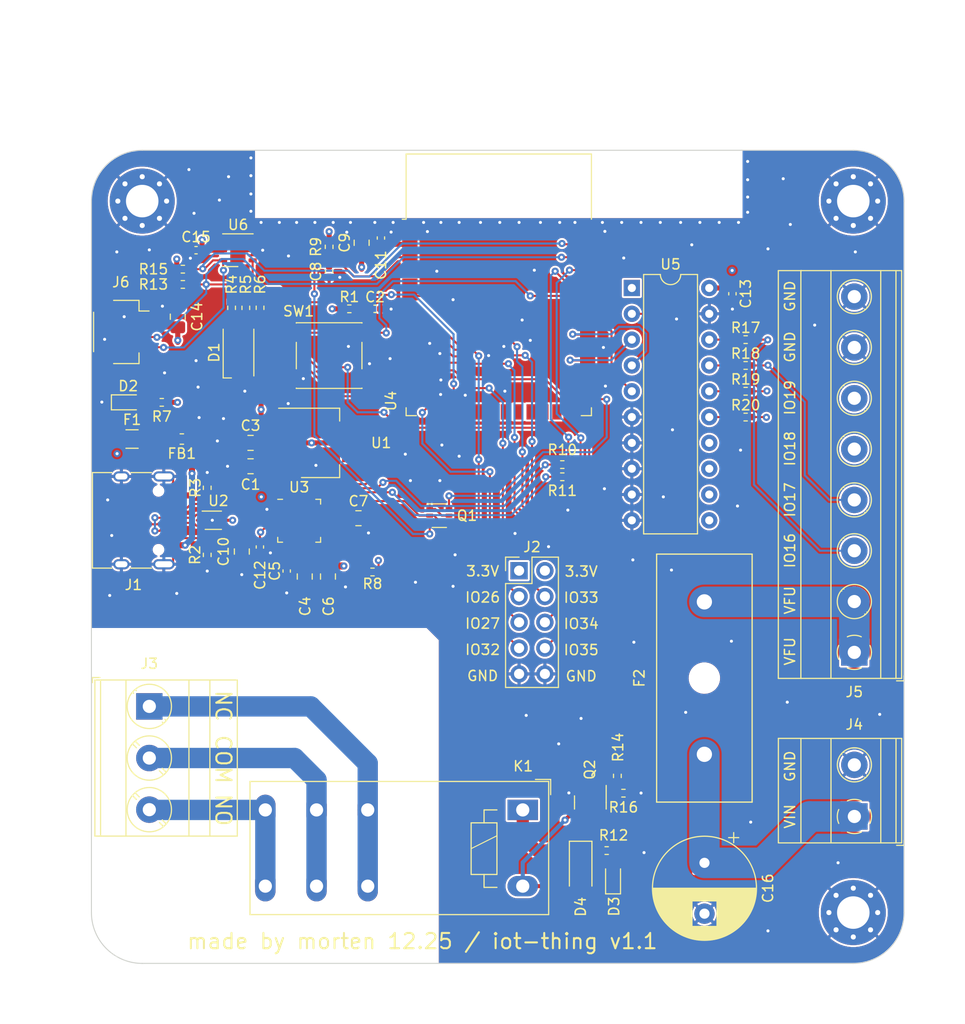
<source format=kicad_pcb>
(kicad_pcb (version 20221018) (generator pcbnew)
  (layers (0 "F.Cu" signal) (1 "In1.Cu" signal) (2 "In2.Cu" signal) (31 "B.Cu" signal) (34 "B.Paste" user) (35 "F.Paste" user) (36 "B.SilkS" user "B.Silkscreen") (37 "F.SilkS" user "F.Silkscreen") (38 "B.Mask" user) (39 "F.Mask" user) (44 "Edge.Cuts" user))
  (net 0 "")
  (net 1 "+5V")
  (net 2 "GND")
  (net 3 "/SW")
  (net 4 "+3.3V")
  (net 5 "Net-(U3-VPP)")
  (net 6 "/EN")
  (net 7 "+3.3VA")
  (net 8 "Net-(J4-Pin_1)")
  (net 9 "Net-(D1-RK)")
  (net 10 "Net-(D1-GK)")
  (net 11 "Net-(D1-BK)")
  (net 12 "Net-(D2-A)")
  (net 13 "Net-(D3-K)")
  (net 14 "Net-(D3-A)")
  (net 15 "Net-(F1-Pad1)")
  (net 16 "Net-(J5-Pin_1)")
  (net 17 "+5VP")
  (net 18 "Net-(J1-CC1)")
  (net 19 "Net-(J1-D+-PadA6)")
  (net 20 "Net-(J1-D--PadA7)")
  (net 22 "Net-(J1-CC2)")
  (net 24 "/GPIO26")
  (net 25 "/GPIO33")
  (net 26 "/GPIO27")
  (net 27 "/GPIO34")
  (net 28 "/GPIO32")
  (net 29 "/GPIO35")
  (net 30 "Net-(J3-Pin_1)")
  (net 31 "Net-(J3-Pin_2)")
  (net 32 "Net-(J3-Pin_3)")
  (net 33 "Net-(J5-Pin_3)")
  (net 34 "Net-(J5-Pin_4)")
  (net 35 "Net-(J5-Pin_5)")
  (net 36 "Net-(J5-Pin_6)")
  (net 37 "/SDA")
  (net 38 "/SCL")
  (net 39 "/DTR")
  (net 40 "/RTS")
  (net 41 "/IO0")
  (net 42 "Net-(Q2-B)")
  (net 43 "/LED_R")
  (net 44 "/LED_G")
  (net 45 "/LED_B")
  (net 46 "Net-(U3-~{RST})")
  (net 47 "Net-(U3-TXD)")
  (net 48 "/RX")
  (net 49 "Net-(U3-RXD)")
  (net 50 "/TX")
  (net 51 "/RELAY")
  (net 52 "Net-(U5-B0)")
  (net 53 "Net-(U5-B1)")
  (net 54 "Net-(U5-B2)")
  (net 55 "Net-(U5-B3)")
  (net 56 "Net-(U3-D+)")
  (net 57 "Net-(U3-D-)")
  (net 80 "/LEDSTR1")
  (net 81 "/LEDSTR2")
  (net 83 "/LEDSTR3")
  (net 84 "/LEDSTR4")
  (footprint "Package_DFN_QFN:DFN-6-1EP_3x3mm_P1mm_EP1.5x2.4mm" (layer "F.Cu") (at 98.419 78.832 180)
    (fp_text reference "U6")
    (fp_text value "Si7021-A20")
  )
  (footprint "Resistor_SMD:R_0402_1005Metric_Pad0.72x0.64mm_HandSolder" (layer "F.Cu") (at 99.2 84.5025 -90)
    (fp_text reference "R5")
    (fp_text value "1K")
  )
  (footprint "Connector_JST:JST_SH_SM04B-SRSS-TB_1x04-1MP_P1.00mm_Horizontal" (layer "F.Cu") (at 86.9 86.876 -90)
    (fp_text reference "J6")
    (fp_text value "Conn_01x04")
  )
  (footprint "Capacitor_SMD:C_0805_2012Metric_Pad1.18x1.45mm_HandSolder" (layer "F.Cu") (at 99.6655 97.79 180)
    (fp_text reference "C3")
    (fp_text value "22u")
  )
  (footprint "Resistor_SMD:R_0402_1005Metric_Pad0.72x0.64mm_HandSolder" (layer "F.Cu") (at 95.4 102.2075 90)
    (fp_text reference "R3")
    (fp_text value "5K1")
  )
  (footprint "Resistor_SMD:R_0402_1005Metric_Pad0.72x0.64mm_HandSolder" (layer "F.Cu") (at 130.3525 99.925)
    (fp_text reference "R10")
    (fp_text value "22R")
  )
  (footprint "Inductor_SMD:L_0603_1608Metric_Pad1.05x0.95mm_HandSolder" (layer "F.Cu") (at 92.9 97.41 180)
    (fp_text reference "FB1")
    (fp_text value "BLM21PG221")
  )
  (footprint "Resistor_SMD:R_0402_1005Metric_Pad0.72x0.64mm_HandSolder" (layer "F.Cu") (at 107.4 78.5 -90)
    (fp_text reference "R9")
    (fp_text value "10K")
  )
  (footprint "Capacitor_SMD:C_0402_1005Metric_Pad0.74x0.62mm_HandSolder" (layer "F.Cu") (at 103.222 110.3955 -90)
    (fp_text reference "C5")
    (fp_text value "100n")
  )
  (footprint "LED_SMD:LED_0603_1608Metric_Pad1.05x0.95mm_HandSolder" (layer "F.Cu") (at 87.625 93.8)
    (fp_text reference "D2")
    (fp_text value "GREEN")
  )
  (footprint "TerminalBlock_Phoenix:TerminalBlock_Phoenix_MKDS-1,5-2-5.08_1x02_P5.08mm_Horizontal" (layer "F.Cu") (at 159.105 134.545 90)
    (fp_text reference "J4")
    (fp_text value "Screw_Terminal_01x02")
  )
  (footprint "MountingHole:MountingHole_3.2mm_M3_Pad_Via" (layer "F.Cu") (at 159 144)
    (fp_text reference "H4" hide)
    (fp_text value "Hole_Pad")
  )
  (footprint "Resistor_SMD:R_0402_1005Metric_Pad0.72x0.64mm_HandSolder" (layer "F.Cu") (at 97.8 84.5 -90)
    (fp_text reference "R4")
    (fp_text value "1K")
  )
  (footprint "00_morten_Library:FUSE_696105003002" (layer "F.Cu") (at 144.34 120.93 90)
    (fp_text reference "F2")
    (fp_text value "Fuse")
  )
  (footprint "Package_TO_SOT_SMD:SOT-223-3_TabPin2" (layer "F.Cu") (at 106.528 97.79)
    (fp_text reference "U1")
    (fp_text value "TLV1117LV-3.3")
  )
  (footprint "Connector_PinHeader_2.54mm:PinHeader_2x05_P2.54mm_Vertical" (layer "F.Cu") (at 126.1 110.36)
    (fp_text reference "J2")
    (fp_text value "Conn_02x05_Odd_Even")
  )
  (footprint "Resistor_SMD:R_0402_1005Metric_Pad0.72x0.64mm_HandSolder" (layer "F.Cu") (at 148.4025 90.17)
    (fp_text reference "R18")
    (fp_text value "22R")
  )
  (footprint "Capacitor_SMD:C_0402_1005Metric_Pad0.74x0.62mm_HandSolder" (layer "F.Cu") (at 147.1 83.1175 -90)
    (fp_text reference "C13")
    (fp_text value "100n")
  )
  (footprint "LED_SMD:LED_RGB_Wuerth-PLCC4_3.2x2.8mm_150141M173100" (layer "F.Cu") (at 98.48 88.9 90)
    (fp_text reference "D1")
    (fp_text value "LED_RGBA")
  )
  (footprint "Package_DFN_QFN:QFN-24-1EP_4x4mm_P0.5mm_EP2.6x2.6mm" (layer "F.Cu") (at 104.45 105.45)
    (fp_text reference "U3")
    (fp_text value "CP2104")
  )
  (footprint "Capacitor_SMD:C_0805_2012Metric_Pad1.18x1.45mm_HandSolder" (layer "F.Cu") (at 105 110.9375 -90)
    (fp_text reference "C4")
    (fp_text value "22u")
  )
  (footprint "MountingHole:MountingHole_3.2mm_M3_Pad_Via" (layer "F.Cu") (at 89 74)
    (fp_text reference "H1" hide)
    (fp_text value "Hole_Pad")
  )
  (footprint "Capacitor_SMD:C_0402_1005Metric_Pad0.74x0.62mm_HandSolder" (layer "F.Cu") (at 107.4 80.9325 -90)
    (fp_text reference "C8")
    (fp_text value "100n")
  )
  (footprint "Capacitor_SMD:C_0805_2012Metric_Pad1.18x1.45mm_HandSolder" (layer "F.Cu") (at 110.6 78.1 90)
    (fp_text reference "C9")
    (fp_text value "22u")
  )
  (footprint "Button_Switch_SMD:SW_Push_1P1T_NO_6x6mm_H9.5mm" (layer "F.Cu") (at 107.4 89.2 180)
    (fp_text reference "SW1")
    (fp_text value "SW_SPST")
  )
  (footprint "Resistor_SMD:R_0402_1005Metric_Pad0.72x0.64mm_HandSolder" (layer "F.Cu") (at 111.6705 110.49 180)
    (fp_text reference "R8")
    (fp_text value "10K")
  )
  (footprint "Relay_THT:Relay_SPDT_Schrack-RT1-16A-FormC_RM5mm" (layer "F.Cu") (at 126.46 133.9 180)
    (fp_text reference "K1")
    (fp_text value "RT314A05")
  )
  (footprint "Capacitor_SMD:C_0402_1005Metric_Pad0.74x0.62mm_HandSolder" (layer "F.Cu") (at 100.584 108.031 -90)
    (fp_text reference "C12")
    (fp_text value "100n")
  )
  (footprint "Capacitor_SMD:C_0402_1005Metric_Pad0.74x0.62mm_HandSolder" (layer "F.Cu") (at 112.5 77.6325 90)
    (fp_text reference "C11")
    (fp_text value "100n")
  )
  (footprint "Capacitor_SMD:C_0805_2012Metric_Pad1.18x1.45mm_HandSolder" (layer "F.Cu") (at 98.806 108.4795 -90)
    (fp_text reference "C10")
    (fp_text value "22u")
  )
  (footprint "Package_TO_SOT_SMD:SOT-666" (layer "F.Cu") (at 96 105.4)
    (fp_text reference "U2")
    (fp_text value "USBLC6-2P6")
  )
  (footprint "Resistor_SMD:R_0402_1005Metric_Pad0.72x0.64mm_HandSolder" (layer "F.Cu") (at 148.4025 95.25)
    (fp_text reference "R20")
    (fp_text value "22R")
  )
  (footprint "Capacitor_SMD:C_0805_2012Metric_Pad1.18x1.45mm_HandSolder" (layer "F.Cu") (at 110.2875 105.2)
    (fp_text reference "C7")
    (fp_text value "4u7")
  )
  (footprint "Resistor_SMD:R_0402_1005Metric_Pad0.72x0.64mm_HandSolder" (layer "F.Cu") (at 130.3525 101.125)
    (fp_text reference "R11")
    (fp_text value "22R")
  )
  (footprint "Resistor_SMD:R_0402_1005Metric_Pad0.72x0.64mm_HandSolder" (layer "F.Cu") (at 136.3725 132.2525)
    (fp_text reference "R16")
    (fp_text value "10K")
  )
  (footprint "Capacitor_SMD:C_0402_1005Metric_Pad0.74x0.62mm_HandSolder" (layer "F.Cu") (at 94.3 78.83 180)
    (fp_text reference "C15")
    (fp_text value "100n")
  )
  (footprint "Capacitor_SMD:C_0402_1005Metric_Pad0.74x0.62mm_HandSolder" (layer "F.Cu") (at 111.9225 84.6)
    (fp_text reference "C2")
    (fp_text value "100n")
  )
  (footprint "MountingHole:MountingHole_3.2mm_M3_Pad_Via" (layer "F.Cu") (at 159 74)
    (fp_text reference "H2" hide)
    (fp_text value "Hole_Pad")
  )
  (footprint "Capacitor_SMD:C_0805_2012Metric_Pad1.18x1.45mm_HandSolder" (layer "F.Cu") (at 107.286 110.9375 -90)
    (fp_text reference "C6")
    (fp_text value "4u7")
  )
  (footprint "Resistor_SMD:R_0402_1005Metric_Pad0.72x0.64mm_HandSolder" (layer "F.Cu") (at 148.4025 87.63)
    (fp_text reference "R17")
    (fp_text value "22R")
  )
  (footprint "Package_TO_SOT_SMD:SOT-23" (layer "F.Cu") (at 133.114 133.166 -90)
    (fp_text reference "Q2")
    (fp_text value "BC817")
  )
  (footprint "Diode_SMD:D_MiniMELF" (layer "F.Cu") (at 132.16 139.6425 -90)
    (fp_text reference "D4")
    (fp_text value "LL4148")
  )
  (footprint "Capacitor_SMD:C_0805_2012Metric_Pad1.18x1.45mm_HandSolder" (layer "F.Cu") (at 92.5 85.376 90)
    (fp_text reference "C14")
    (fp_text value "22u")
  )
  (footprint "TerminalBlock_Phoenix:TerminalBlock_Phoenix_MKDS-3-3-5.08_1x03_P5.08mm_Horizontal" (layer "F.Cu") (at 89.7 123.715 -90)
    (fp_text reference "J3")
    (fp_text value "Screw_Terminal_01x03")
  )
  (footprint "Resistor_SMD:R_0402_1005Metric_Pad0.72x0.64mm_HandSolder" (layer "F.Cu") (at 148.4025 92.71)
    (fp_text reference "R19")
    (fp_text value "22R")
  )
  (footprint "Resistor_SMD:R_0402_1005Metric_Pad0.72x0.64mm_HandSolder" (layer "F.Cu") (at 93 82.2)
    (fp_text reference "R13")
    (fp_text value "4K7")
  )
  (footprint "TerminalBlock_Phoenix:TerminalBlock_Phoenix_MKDS-1,5-8_1x08_P5.00mm_Horizontal" (layer "F.Cu") (at 159.1 118.4 90)
    (fp_text reference "J5")
    (fp_text value "Screw_Terminal_01x08")
  )
  (footprint "Resistor_SMD:R_0402_1005Metric_Pad0.72x0.64mm_HandSolder" (layer "F.Cu") (at 100.6 84.4975 -90)
    (fp_text reference "R6")
    (fp_text value "1K")
  )
  (footprint "Capacitor_SMD:C_0805_2012Metric_Pad1.18x1.45mm_HandSolder" (layer "F.Cu") (at 99.6655 100.09 180)
    (fp_text reference "C1")
    (fp_text value "22u")
  )
  (footprint "Package_TO_SOT_SMD:SOT-363_SC-70-6" (layer "F.Cu") (at 118.25 104.95)
    (fp_text reference "Q1")
    (fp_text value "UMH3N")
  )
  (footprint "Resistor_SMD:R_0402_1005Metric_Pad0.72x0.64mm_HandSolder" (layer "F.Cu") (at 134.7225 137.9)
    (fp_text reference "R12")
    (fp_text value "1K")
  )
  (footprint "RF_Module:ESP32-WROOM-32D" (layer "F.Cu") (at 124.1 85.23)
    (fp_text reference "U4")
    (fp_text value "ESP32-WROOM-32D")
  )
  (footprint "Resistor_SMD:R_0402_1005Metric_Pad0.72x0.64mm_HandSolder" (layer "F.Cu") (at 135.775 130.5525 -90)
    (fp_text reference "R14")
    (fp_text value "1K")
  )
  (footprint "Connector_USB:USB_C_Receptacle_HRO_TYPE-C-31-M-12" (layer "F.Cu") (at 88 105.41 -90)
    (fp_text reference "J1")
    (fp_text value "USB_C_Receptacle_USB2.0")
  )
  (footprint "LED_SMD:LED_0603_1608Metric_Pad1.05x0.95mm_HandSolder" (layer "F.Cu") (at 135.35 140.5 90)
    (fp_text reference "D3")
    (fp_text value "YELLOW")
  )
  (footprint "Resistor_SMD:R_0402_1005Metric_Pad0.72x0.64mm_HandSolder" (layer "F.Cu") (at 109.39 84.6)
    (fp_text reference "R1")
    (fp_text value "10K")
  )
  (footprint "Resistor_SMD:R_0402_1005Metric_Pad0.72x0.64mm_HandSolder" (layer "F.Cu") (at 95.4 108.81 -90)
    (fp_text reference "R2")
    (fp_text value "5K1")
  )
  (footprint "Capacitor_THT:CP_Radial_D10.0mm_P5.00mm" (layer "F.Cu") (at 144.35 139.107323 -90)
    (fp_text reference "C16")
    (fp_text value "1000u/25V")
  )
  (footprint "Resistor_SMD:R_0402_1005Metric_Pad0.72x0.64mm_HandSolder" (layer "F.Cu") (at 93 80.7)
    (fp_text reference "R15")
    (fp_text value "4K7")
  )
  (footprint "MountingHole:MountingHole_3.2mm_M3_DIN965" (layer "F.Cu") (at 89 144)
    (fp_text reference "H3" hide)
    (fp_text value "Hole_Pad")
  )
  (footprint "Fuse:Fuse_1206_3216Metric_Pad1.42x1.75mm_HandSolder" (layer "F.Cu") (at 88 97.41 180)
    (fp_text reference "F1")
    (fp_text value "Polyfuse 1A")
  )
  (footprint "Package_DIP:DIP-20_W7.62mm" (layer "F.Cu") (at 137.2 82.55)
    (fp_text reference "U5")
    (fp_text value "74AHCT245")
  )
  (footprint "Resistor_SMD:R_0402_1005Metric_Pad0.72x0.64mm_HandSolder" (layer "F.Cu") (at 90.925 93.8 180)
    (fp_text reference "R7")
    (fp_text value "1K")
  )
  (gr_line (start 95.66 121.115) (end 98.35 121.115) (stroke (width 0.12)) (layer "F.SilkS"))
  (gr_line (start 98.36 136.475) (end 98.36 121.125) (stroke (width 0.12)) (layer "F.SilkS"))
  (gr_line (start 151.62 120.96) (end 151.62 80.84) (stroke (width 0.12)) (layer "F.SilkS"))
  (gr_line (start 151.62 80.84) (end 153.92 80.84) (stroke (width 0.12)) (layer "F.SilkS"))
  (gr_line (start 98.36 136.475) (end 95.66 136.475) (stroke (width 0.12)) (layer "F.SilkS"))
  (gr_line (start 153.875 120.96) (end 151.625 120.96) (stroke (width 0.12)) (layer "F.SilkS"))
  (gr_line (start 151.625 137.14) (end 151.625 126.86) (stroke (width 0.12)) (layer "F.SilkS"))
  (gr_line (start 153.875 126.86) (end 151.625 126.86) (stroke (width 0.12)) (layer "F.SilkS"))
  (gr_line (start 153.844 137.145) (end 151.63 137.145) (stroke (width 0.12)) (layer "F.SilkS"))
  (gr_line (start 84 74) (end 84 144) (stroke (width 0.1)) (layer "Edge.Cuts"))
  (gr_arc (start 164 144) (mid 162.535534 147.535534) (end 159 149) (stroke (width 0.1)) (layer "Edge.Cuts"))
  (gr_line (start 89 149) (end 159 149) (stroke (width 0.1)) (layer "Edge.Cuts"))
  (gr_line (start 164 144) (end 164 74) (stroke (width 0.1)) (layer "Edge.Cuts"))
  (gr_arc (start 159 69) (mid 162.535533 70.464466) (end 164 74) (stroke (width 0.1)) (layer "Edge.Cuts"))
  (gr_arc (start 89 149) (mid 85.464466 147.535534) (end 84 144) (stroke (width 0.1)) (layer "Edge.Cuts"))
  (gr_line (start 159 69) (end 89 69) (stroke (width 0.1)) (layer "Edge.Cuts"))
  (gr_arc (start 84 74) (mid 85.464466 70.464466) (end 89 69) (stroke (width 0.1)) (layer "Edge.Cuts"))
  (gr_text "IO18" (at 153.35 100.175 90) (layer "F.SilkS") (effects (font (size 1 1)) (justify left bottom)))
  (gr_text "GND" (at 130.595238 121.325) (layer "F.SilkS") (effects (font (size 1 1)) (justify left bottom)))
  (gr_text "3.3V" (at 130.5 111.025) (layer "F.SilkS") (effects (font (size 1 1)) (justify left bottom)))
  (gr_text "GND" (at 153.35 131.225 90) (layer "F.SilkS") (effects (font (size 1 1)) (justify left bottom)))
  (gr_text "IO19" (at 153.35 95.15 90) (layer "F.SilkS") (effects (font (size 1 1)) (justify left bottom)))
  (gr_text "VFU" (at 153.35 119.775 90) (layer "F.SilkS") (effects (font (size 1 1)) (justify left bottom)))
  (gr_text "NO" (at 96.1 132.2 270) (layer "F.SilkS") (effects (font (size 1.5 1.5) (thickness 0.2)) (justify left bottom)))
  (gr_text "GND" (at 120.890476 121.3) (layer "F.SilkS") (effects (font (size 1 1)) (justify left bottom)))
  (gr_text "COM" (at 96.1 126.4 270) (layer "F.SilkS") (effects (font (size 1.5 1.5) (thickness 0.2)) (justify left bottom)))
  (gr_text "IO26" (at 120.7 113.575) (layer "F.SilkS") (effects (font (size 1 1)) (justify left bottom)))
  (gr_text "IO35" (at 130.404762 118.75) (layer "F.SilkS") (effects (font (size 1 1)) (justify left bottom)))
  (gr_text "GND" (at 153.35 84.975 90) (layer "F.SilkS") (effects (font (size 1 1)) (justify left bottom)))
  (gr_text "GND" (at 153.35 89.975 90) (layer "F.SilkS") (effects (font (size 1 1)) (justify left bottom)))
  (gr_text "IO27\n" (at 120.7 116.15) (layer "F.SilkS") (effects (font (size 1 1)) (justify left bottom)))
  (gr_text "IO17" (at 153.35 105.2 90) (layer "F.SilkS") (effects (font (size 1 1)) (justify left bottom)))
  (gr_text "IO34" (at 130.404762 116.175) (layer "F.SilkS") (effects (font (size 1 1)) (justify left bottom)))
  (gr_text "IO33" (at 130.404762 113.6) (layer "F.SilkS") (effects (font (size 1 1)) (justify left bottom)))
  (gr_text "VFU" (at 153.35 114.75 90) (layer "F.SilkS") (effects (font (size 1 1)) (justify left bottom)))
  (gr_text "made by morten 12.25 / iot-thing v1.1" (at 93.3 147.7) (layer "F.SilkS") (effects (font (size 1.5 1.5) (thickness 0.2)) (justify left bottom)))
  (gr_text "VIN" (at 153.35 135.825 90) (layer "F.SilkS") (effects (font (size 1 1)) (justify left bottom)))
  (gr_text "IO16" (at 153.35 110.2 90) (layer "F.SilkS") (effects (font (size 1 1)) (justify left bottom)))
  (gr_text "3.3V" (at 120.795238 111) (layer "F.SilkS") (effects (font (size 1 1)) (justify left bottom)))
  (gr_text "NC\n" (at 96.1 122 -90) (layer "F.SilkS") (effects (font (size 1.5 1.5) (thickness 0.2)) (justify left bottom)))
  (gr_text "IO32\n" (at 120.7 118.725) (layer "F.SilkS") (effects (font (size 1 1)) (justify left bottom)))
  (segment (start 132.16 137.8925) (end 127.8175 137.8925) (width 1.2) (layer "F.Cu") (net 1))
  (segment (start 132.16 137.8925) (end 134.1175 137.8925) (width 0.5) (layer "F.Cu") (net 1))
  (segment (start 147.1 82.55) (end 144.82 82.55) (width 0.5) (layer "F.Cu") (net 1))
  (segment (start 107.286 109.9) (end 108.85 109.9) (width 0.7) (layer "F.Cu") (net 1))
  (segment (start 96.925 105.4) (end 97.9 105.4) (width 0.3) (layer "F.Cu") (net 1))
  (segment (start 103.222 107.4095) (end 103.222 109.828) (width 0.3) (layer "F.Cu") (net 1))
  (segment (start 86.5125 98.8375) (end 86.525 98.85) (width 1.2) (layer "F.Cu") (net 1))
  (segment (start 100.703 103.078) (end 100.725 103.1) (width 1.2) (layer "F.Cu") (net 1))
  (segment (start 100.703 100.09) (end 100.703 103.078) (width 1.2) (layer "F.Cu") (net 1))
  (segment (start 107.286 109.9) (end 105 109.9) (width 0.7) (layer "F.Cu") (net 1))
  (segment (start 127.8175 137.8925) (end 126.46 136.535) (width 1.2) (layer "F.Cu") (net 1))
  (segment (start 147.1 80.85) (end 147.075 80.825) (width 1.2) (layer "F.Cu") (net 1))
  (segment (start 103.222 109.828) (end 104.928 109.828) (width 0.4) (layer "F.Cu") (net 1))
  (segment (start 86.5125 97.41) (end 86.5125 98.8375) (width 1.2) (layer "F.Cu") (net 1))
  (segment (start 103.7 107.3875) (end 103.2 107.3875) (width 0.3) (layer "F.Cu") (net 1))
  (segment (start 126.46 136.535) (end 126.46 133.9) (width 1.2) (layer "F.Cu") (net 1))
  (segment (start 100.703 100.09) (end 103.378 100.09) (width 1.2) (layer "F.Cu") (net 1))
  (segment (start 147.1 82.55) (end 147.1 80.85) (width 0.5) (layer "F.Cu") (net 1))
  (via (at 100.725 103.1) (size 0.7) (drill 0.3) (layers "F.Cu" "B.Cu") (net 1))
  (via (at 86.525 98.85) (size 0.7) (drill 0.3) (layers "F.Cu" "B.Cu") (net 1))
  (via (at 108.85 109.9) (size 0.7) (drill 0.3) (layers "F.Cu" "B.Cu") (net 1))
  (via (at 97.9 105.4) (size 0.7) (drill 0.3) (layers "F.Cu" "B.Cu") (net 1))
  (via (at 147.075 80.825) (size 0.7) (drill 0.3) (layers "F.Cu" "B.Cu") (net 1))
  (segment (start 86.75 93.8) (end 85.05 93.8) (width 0.2) (layer "F.Cu") (net 2))
  (segment (start 95.075 105.4) (end 95.9 105.4) (width 0.2) (layer "F.Cu") (net 2))
  (segment (start 134.55 76.975) (end 134.545 76.98) (width 0.2) (layer "F.Cu") (net 2))
  (segment (start 103.222 110.963) (end 103.222 112.278) (width 0.2) (layer "F.Cu") (net 2))
  (segment (start 92.045 101.09) (end 91.13 101.09) (width 0.2) (layer "F.Cu") (net 2))
  (segment (start 111.325 106.6) (end 111.275 106.65) (width 0.2) (layer "F.Cu") (net 2))
  (segment (start 92.5 84.3385) (end 90.9885 84.3385) (width 0.2) (layer "F.Cu") (net 2))
  (segment (start 138.093 132.2525) (end 138.106 132.2395) (width 0.2) (layer "F.Cu") (net 2))
  (segment (start 99.869 78.832) (end 98.419 78.832) (width 0.4) (layer "F.Cu") (net 2))
  (segment (start 132.85 76.98) (end 134.545 76.98) (width 0.2) (layer "F.Cu") (net 2))
  (segment (start 113.475 84.6) (end 113.5 84.625) (width 0.2) (layer "F.Cu") (net 2))
  (segment (start 103.7 104.7) (end 104.45 105.45) (width 0.2) (layer "F.Cu") (net 2))
  (segment (start 103.222 112.282) (end 103.222 112.5495) (width 0.2) (layer "F.Cu") (net 2))
  (segment (start 95.4 109.4075) (end 95.4 110.4) (width 0.2) (layer "F.Cu") (net 2))
  (segment (start 98.628 100.09) (end 98.628 97.79) (width 0.2) (layer "F.Cu") (net 2))
  (segment (start 108.995 111.975) (end 109.01 111.96) (width 0.2) (layer "F.Cu") (net 2))
  (segment (start 107.4 81.5) (end 108.45 81.5) (width 0.2) (layer "F.Cu") (net 2))
  (segment (start 93.7325 78.83) (end 93.7325 79.6125) (width 0.2) (layer "F.Cu") (net 2))
  (segment (start 97.4 100.09) (end 98.628 100.09) (width 0.2) (layer "F.Cu") (net 2))
  (segment (start 110.6 77.0625) (end 109.1375 77.0625) (width 0.2) (layer "F.Cu") (net 2))
  (segment (start 98.806 110.744) (end 98.8 110.75) (width 0.2) (layer "F.Cu") (net 2))
  (segment (start 92.045 108.66) (end 92.045 109.73) (width 0.2) (layer "F.Cu") (net 2))
  (segment (start 103.22 112.28) (end 103.222 112.282) (width 0.2) (layer "F.Cu") (net 2))
  (segment (start 118.39 94.74) (end 118.39 93.04) (width 0.2) (layer "F.Cu") (net 2))
  (segment (start 100.584 108.5985) (end 101.6085 108.5985) (width 0.2) (layer "F.Cu") (net 2))
  (segment (start 101.65 104.7) (end 101.275 104.325) (width 0.2) (layer "F.Cu") (net 2))
  (segment (start 103.425 91.45) (end 104.84 91.45) (width 0.2) (layer "F.Cu") (net 2))
  (segment (start 88.9 85.376) (end 87.226 85.376) (width 0.2) (layer "F.Cu") (net 2))
  (segment (start 111.325 105.2) (end 111.325 106.6) (width 0.2) (layer "F.Cu") (net 2))
  (segment (start 107.286 111.975) (end 108.995 111.975) (width 0.2) (layer "F.Cu") (net 2))
  (segment (start 132.164 132.2285) (end 131.0035 132.2285) (width 0.2) (layer "F.Cu") (net 2))
  (segment (start 105 111.975) (end 107.286 111.975) (width 0.2) (layer "F.Cu") (net 2))
  (segment (start 109.1 77.1) (end 109.1375 77.0625) (width 0.2) (layer "F.Cu") (net 2))
  (segment (start 113.465 77.065) (end 113.5 77.1) (width 0.2) (layer "F.Cu") (net 2))
  (segment (start 131.0035 132.2285) (end 131 132.225) (width 0.2) (layer "F.Cu") (net 2))
  (segment (start 92.045 109.73) (end 91.13 109.73) (width 0.2) (layer "F.Cu") (net 2))
  (segment (start 118.39 93.04) (end 118.375 93.025) (width 0.2) (layer "F.Cu") (net 2))
  (segment (start 117.055 76.98) (end 117.075 77) (width 0.2) (layer "F.Cu") (net 2))
  (segment (start 112.5 77.065) (end 113.465 77.065) (width 0.2) (layer "F.Cu") (net 2))
  (segment (start 92.045 102.16) (end 92.045 101.09) (width 0.2) (layer "F.Cu") (net 2))
  (segment (start 85.05 93.8) (end 85.025 93.775) (width 0.2) (layer "F.Cu") (net 2))
  (segment (start 112.49 84.6) (end 113.475 84.6) (width 0.2) (layer "F.Cu") (net 2))
  (segment (start 103.378 95.49) (end 103.378 93.928) (width 0.2) (layer "F.Cu") (net 2))
  (segment (start 98.806 109.517) (end 98.806 110.744) (width 0.2) (layer "F.Cu") (net 2))
  (segment (start 115.35 76.98) (end 117.055 76.98) (width 0.2) (layer "F.Cu") (net 2))
  (segment (start 102.5125 104.7) (end 103.7 104.7) (width 0.2) (layer "F.Cu") (net 2))
  (segment (start 93.7325 79.6125) (end 93.74 79.62) (width 0.2) (layer "F.Cu") (net 2))
  (segment (start 103.222 112.278) (end 103.22 112.28) (width 0.2) (layer "F.Cu") (net 2))
  (segment (start 101.6085 108.5985) (end 101.62 108.61) (width 0.2) (layer "F.Cu") (net 2))
  (segment (start 95.4 101.61) (end 95.4 100.7) (width 0.2) (layer "F.Cu") (net 2))
  (segment (start 102.5125 104.7) (end 101.65 104.7) (width 0.2) (layer "F.Cu") (net 2))
  (segment (start 136.97 132.2525) (end 138.093 132.2525) (width 0.2) (layer "F.Cu") (net 2))
  (segment (start 147.1 83.685) (end 147.1 84.625) (width 0.2) (layer "F.Cu") (net 2))
  (segment (start 111.375 91.45) (end 111.375 90) (width 0.2) (layer "F.Cu") (net 2))
  (segment (start 104.84 91.45) (end 104.86 91.47) (width 0.2) (layer "F.Cu") (net 2))
  (segment (start 87.226 85.376) (end 87.225 85.375) (width 0.2) (layer "F.Cu") (net 2))
  (segment (start 103.378 93.928) (end 103.37 93.92) (width 0.2) (layer "F.Cu") (net 2))
  (segment (start 100.8595 78.832) (end 99.869 78.832) (width 0.4) (layer "F.Cu") (net 2))
  (segment (start 90.975 84.325) (end 90.9885 84.3385) (width 0.2) (layer "F.Cu") (net 2))
  (via (at 120.2 76.1) (size 0.7) (drill 0.3) (layers "F.Cu" "B.Cu") (net 2))
  (via (at 115.9 111.5) (size 0.7) (drill 0.3) (layers "F.Cu" "B.Cu") (net 2))
  (via (at 118.5 98) (size 0.7) (drill 0.3) (layers "F.Cu" "B.Cu") (net 2))
  (via (at 118.4 76.1) (size 0.7) (drill 0.3) (layers "F.Cu" "B.Cu") (net 2))
  (via (at 142 76.1) (size 0.7) (drill 0.3) (layers "F.Cu" "B.Cu") (net 2))
  (via (at 117.3 88) (size 0.7) (drill 0.3) (layers "F.Cu" "B.Cu") (net 2))
  (via (at 127.2 87.7) (size 0.7) (drill 0.3) (layers "F.Cu" "B.Cu") (net 2))
  (via (at 109.1375 77.0625) (size 0.7) (drill 0.3) (layers "F.Cu" "B.Cu") (net 2))
  (via (at 128.2 76.1) (size 0.7) (drill 0.3) (layers "F.Cu" "B.Cu") (net 2))
  (via (at 143.1 78.3) (size 0.7) (drill 0.3) (layers "F.Cu" "B.Cu") (net 2))
  (via (at 99.7 75) (size 0.7) (drill 0.3) (layers "F.Cu" "B.Cu") (net 2))
  (via (at 130 127.4) (size 0.7) (drill 0.3) (layers "F.Cu" "B.Cu") (net 2))
  (via (at 132.2 124.9) (size 0.7) (drill 0.3) (layers "F.Cu" "B.Cu") (net 2))
  (via (at 120.8 93.1) (size 0.7) (drill 0.3) (layers "F.Cu" "B.Cu") (net 2))
  (via (at 113.7 76.1) (size 0.7) (drill 0.3) (layers "F.Cu" "B.Cu") (net 2))
  (via (at 94.1 75.2) (size 0.7) (drill 0.3) (layers "F.Cu" "B.Cu") (net 2))
  (via (at 115.4 101.5) (size 0.7) (drill 0.3) (layers "F.Cu" "B.Cu") (net 2))
  (via (at 100.8595 78.832) (size 0.7) (drill 0.3) (layers "F.Cu" "B.Cu") (net 2))
  (via (at 137.4 117.4) (size 0.7) (drill 0.3) (layers "F.Cu" "B.Cu") (net 2))
  (via (at 124.2 76.1) (size 0.7) (drill 0.3) (layers "F.Cu" "B.Cu") (net 2))
  (via (at 118 80.9) (size 0.7) (drill 0.3) (layers "F.Cu" "B.Cu") (net 2))
  (via (at 150.6 145.8) (size 0.7) (drill 0.3) (layers "F.Cu" "B.Cu") (net 2))
  (via (at 138.106 132.2395) (size 0.7) (drill 0.3) (layers "F.Cu" "B.Cu") (net 2))
  (via (at 141.2 96.5) (size 0.7) (drill 0.3) (layers "F.Cu" "B.Cu") (net 2))
  (via (at 118.4 91.6) (size 0.7) (drill 0.3) (layers "F.Cu" "B.Cu") (net 2))
  (via (at 130.1 76.1) (size 0.7) (drill 0.3) (layers "F.Cu" "B.Cu") (net 2))
  (via (at 85.3 87.6) (size 0.7) (drill 0.3) (layers "F.Cu" "B.Cu") (net 2))
  (via (at 123.1 89.2) (size 0.7) (drill 0.3) (layers "F.Cu" "B.Cu") (net 2))
  (via (at 148.9 135.1) (size 0.7) (drill 0.3) (layers "F.Cu" "B.Cu") (net 2))
  (via (at 150.6 78.7) (size 0.7) (drill 0.3) (layers "F.Cu" "B.Cu") (net 2))
  (via (at 106.1 100) (size 0.7) (drill 0.3) (layers "F.Cu" "B.Cu") (net 2))
  (via (at 142.5 124.3) (size 0.7) (drill 0.3) (layers "F.Cu" "B.Cu") (net 2))
  (via (at 136.2 76.1) (size 0.7) (drill 0.3) (layers "F.Cu" "B.Cu") (net 2))
  (via (at 131 132.225) (size 0.7) (drill 0.3) (layers "F.Cu" "B.Cu") (net 2))
  (via (at 125.7 106.7) (size 0.7) (drill 0.3) (layers "F.Cu" "B.Cu") (net 2))
  (via (at 94.6 95.3) (size 0.7) (drill 0.3) (layers "F.Cu" "B.Cu") (net 2))
  (via (at 111.9 76.1) (size 0.7) (drill 0.3) (layers "F.Cu" "B.Cu") (net 2))
  (via (at 109.3 88.3) (size 0.7) (drill 0.3) (layers "F.Cu" "B.Cu") (net 2))
  (via (at 85.8 112.8) (size 0.7) (drill 0.3) (layers "F.Cu" "B.Cu") (net 2))
  (via (at 141.6 85.6) (size 0.7) (drill 0.3) (layers "F.Cu" "B.Cu") (net 2))
  (via (at 147 117.3) (size 0.7) (drill 0.3) (layers "F.Cu" "B.Cu") (net 2))
  (via (at 120.2 99.1) (size 0.7) (drill 0.3) (layers "F.Cu" "B.Cu") (net 2))
  (via (at 152.8 76.3) (size 0.7) (drill 0.3) (layers "F.Cu" "B.Cu") (net 2))
  (via (at 106 76.1) (size 0.7) (drill 0.3) (layers "F.Cu" "B.Cu") (net 2))
  (via (at 140 76.1) (size 0.7) (drill 0.3) (layers "F.Cu" "B.Cu") (net 2))
  (via (at 91.2 90.9) (size 0.7) (drill 0.3) (layers "F.Cu" "B.Cu") (net 2))
  (via (at 147.1 84.625) (size 0.7) (drill 0.3) (layers "F.Cu" "B.Cu") (net 2))
  (via (at 143.9 76.1) (size 0.7) (drill 0.3) (layers "F.Cu" "B.Cu") (net 2))
  (via (at 137.3 109.3) (size 0.7) (drill 0.3) (layers "F.Cu" "B.Cu") (net 2))
  (via (at 129 108) (size 0.7) (drill 0.3) (layers "F.Cu" "B.Cu") (net 2))
  (via (at 107.8 76.1) (size 0.7) (drill 0.3) (layers "F.Cu" "B.Cu") (net 2))
  (via (at 157.5 139.1) (size 0.7) (drill 0.3) (layers "F.Cu" "B.Cu") (net 2))
  (via (at 134.5 102.3) (size 0.7) (drill 0.3) (layers "F.Cu" "B.Cu") (net 2))
  (via (at 102.5 76.1) (size 0.7) (drill 0.3) (layers "F.Cu" "B.Cu") (net 2))
  (via (at 130.9 104.4) (size 0.7) (drill 0.3) (layers "F.Cu" "B.Cu") (net 2))
  (via (at 100.7 76.1) (size 0.7) (drill 0.3) (layers "F.Cu" "B.Cu") (net 2))
  (via (at 118.3 89) (size 0.7) (drill 0.3) (layers "F.Cu" "B.Cu") (net 2))
  (via (at 98.8 110.75) (size 0.7) (drill 0.3) (layers "F.Cu" "B.Cu") (net 2))
  (via (at 99.1 92.7) (size 0.7) (drill 0.3) (layers "F.Cu" "B.Cu") (net 2))
  (via (at 140.3 103.1) (size 0.7) (drill 0.3) (layers "F.Cu" "B.Cu") (net 2))
  (via (at 85.025 93.775) (size 0.7) (drill 0.3) (layers "F.Cu" "B.Cu") (net 2))
  (via (at 126.8 124.6) (size 0.7) (drill 0.3) (layers "F.Cu" "B.Cu") (net 2))
  (via (at 95.9 105.4) (size 0.7) (drill 0.3) (layers "F.Cu" "B.Cu") (net 2))
  (via (at 134.3 76.1) (size 0.7) (drill 0.3) (layers "F.Cu" "B.Cu") (net 2))
  (via (at 93.74 79.62) (size 0.7) (drill 0.3) (layers "F.Cu" "B.Cu") (net 2))
  (via (at 134.545 76.98) (size 0.7) (drill 0.3) (layers "F.Cu" "B.Cu") (net 2))
  (via (at 99.7 69.75) (size 0.7) (drill 0.3) (layers "F.Cu" "B.Cu") (net 2))
  (via (at 103.37 93.92) (size 0.7) (drill 0.3) (layers "F.Cu" "B.Cu") (net 2))
  (via (at 87.225 85.375) (size 0.7) (drill 0.3) (layers "F.Cu" "B.Cu") (net 2))
  (via (at 92.4 112.6) (size 0.7) (drill 0.3) (layers "F.Cu" "B.Cu") (net 2))
  (via (at 113.4 89.5) (size 0.7) (drill 0.3) (layers "F.Cu" "B.Cu") (net 2))
  (via (at 161.6 124.5) (size 0.7) (drill 0.3) (layers "F.Cu" "B.Cu") (net 2))
  (via (at 124.7 92.7) (size 0.7) (drill 0.3) (layers "F.Cu" "B.Cu") (net 2))
  (via (at 147.6 104) (size 0.7) (drill 0.3) (layers "F.Cu" "B.Cu") (net 2))
  (via (at 95.4 100.7) (size 0.7) (drill 0.3) (layers "F.Cu" "B.Cu") (net 2))
  (via (at 108.45 81.5) (size 0.7) (drill 0.3) (layers "F.Cu" "B.Cu") (net 2))
  (via (at 119.8 108.8) (size 0.7) (drill 0.3) (layers "F.Cu" "B.Cu") (net 2))
  (via (at 136.4 79.6) (size 0.7) (drill 0.3) (layers "F.Cu" "B.Cu") (net 2))
  (via (at 95.4 110.4) (size 0.7) (drill 0.3) (layers "F.Cu" "B.Cu") (net 2))
  (via (at 86.5 79) (size 0.7) (drill 0.3) (layers "F.Cu" "B.Cu") (net 2))
  (via (at 155.2 86.2) (size 0.7) (drill 0.3) (layers "F.Cu" "B.Cu") (net 2))
  (via (at 131.6 76.1) (size 0.7) (drill 0.3) (layers "F.Cu" "B.Cu") (net 2))
  (via (at 134.6 92.2) (size 0.7) (drill 0.3) (layers "F.Cu" "B.Cu") (net 2))
  (via (at 103.4 79.4) (size 0.7) (drill 0.3) (layers "F.Cu" "B.Cu") (net 2))
  (via (at 117.075 77) (size 0.7) (drill 0.3) (layers "F.Cu" "B.Cu") (net 2))
  (via (at 145.8 76.1) (size 0.7) (drill 0.3) (layers "F.Cu" "B.Cu") (net 2))
  (via (at 104.2 76.1) (size 0.7) (drill 0.3) (layers "F.Cu" "B.Cu") (net 2))
  (via (at 86 106.9) (size 0.7) (drill 0.3) (layers "F.Cu" "B.Cu") (net 2))
  (via (at 116.7 76.1) (size 0.7) (drill 0.3) (layers "F.Cu" "B.Cu") (net 2))
  (via (at 124.6 88.3) (size 0.7) (drill 0.3) (layers "F.Cu" "B.Cu") (net 2))
  (via (at 126.4 85.7) (size 0.7) (drill 0.3) (layers "F.Cu" "B.Cu") (net 2))
  (via (at 97 95.4) (size 0.7) (drill 0.3) (layers "F.Cu" "B.Cu") (net 2))
  (via (at 97.5 71.6) (size 0.7) (drill 0.3) (layers "F.Cu" "B.Cu") (net 2))
  (via (at 152.1 71.8) (size 0.7) (drill 0.3) (layers "F.Cu" "B.Cu") (net 2))
  (via (at 94.3 89.7) (size 0.7) (drill 0.3) (layers "F.Cu" "B.Cu") (net 2))
  (via (at 122.3 76.1) (size 0.7) (drill 0.3) (layers "F.Cu" "B.Cu") (net 2))
  (via (at 119.6 83.7) (size 0.7) (drill 0.3) (layers "F.Cu" "B.Cu") (net 2))
  (via (at 94.5 92.3) (size 0.7) (drill 0.3) (layers "F.Cu" "B.Cu") (net 2))
  (via (at 126.1 76.1) (size 0.7) (drill 0.3) (layers "F.Cu" "B.Cu") (net 2))
  (via (at 147.7 76.1) (size 0.7) (drill 0.3) (layers "F.Cu" "B.Cu") (net 2))
  (via (at 101.62 108.61) (size 0.7) (drill 0.3) (layers "F.Cu" "B.Cu") (net 2))
  (via (at 134.4 88.4) (size 0.7) (drill 0.3) (layers "F.Cu" "B.Cu") (net 2))
  (via (at 141.1 110.3) (size 0.7) (drill 0.3) (layers "F.Cu" "B.Cu") (net 2))
  (via (at 96.4 97.6) (size 0.7) (drill 0.3) (layers "F.Cu" "B.Cu") (net 2))
  (via (at 85.6 103.4) (size 0.7) (drill 0.3) (layers "F.Cu" "B.Cu") (net 2))
  (via (at 111.375 90) (size 0.7) (drill 0.3) (layers "F.Cu" "B.Cu") (net 2))
  (via (at 99.7 73.3) (size 0.7) (drill 0.3) (layers "F.Cu" "B.Cu") (net 2))
  (via (at 148.6 73.6) (size 0.7) (drill 0.3) (layers "F.Cu" "B.Cu") (net 2))
  (via (at 93.6 70.9) (size 0.7) (drill 0.3) (layers "F.Cu" "B.Cu") (net 2))
  (via (at 113.5 77.05) (size 0.7) (drill 0.3) (layers "F.Cu" "B.Cu") (net 2))
  (via (at 114.9 98.9) (size 0.7) (drill 0.3) (layers "F.Cu" "B.Cu") (net 2))
  (via (at 90.9885 84.3385) (size 0.7) (drill 0.3) (layers "F.Cu" "B.Cu") (net 2))
  (via (at 89.7 78.8) (size 0.7) (drill 0.3) (layers "F.Cu" "B.Cu") (net 2))
  (via (at 118.375 93.025) (size 0.7) (drill 0.3) (layers "F.Cu" "B.Cu") (net 2))
  (via (at 101.275 104.325) (size 0.7) (drill 0.3) (layers "F.Cu" "B.Cu") (net 2))
  (via (at 147.9 98.5) (size 0.7) (drill 0.3) (layers "F.Cu" "B.Cu") (net 2))
  (via (at 109.01 111.96) (size 0.7) (drill 0.3) (layers "F.Cu" "B.Cu") (net 2))
  (via (at 148.6 71.9) (size 0.7) (drill 0.3) (layers "F.Cu" "B.Cu") (net 2))
  (via (at 96.6 73.9) (size 0.7) (drill 0.3) (layers "F.Cu" "B.Cu") (net 2))
  (via (at 118.3 101.5) (size 0.7) (drill 0.3) (layers "F.Cu" "B.Cu") (net 2))
  (via (at 138.1 76.1) (size 0.7) (drill 0.3) (layers "F.Cu" "B.Cu") (net 2))
  (via (at 152.5 123.3) (size 0.7) (drill 0.3) (layers "F.Cu" "B.Cu") (net 2))
  (via (at 113.5 84.625) (size 0.7) (drill 0.3) (layers "F.Cu" "B.Cu") (net 2))
  (via (at 148.6 75.1) (size 0.7) (drill 0.3) (layers "F.Cu" "B.Cu") (net 2))
  (via (at 138.4 138.1) (size 0.7) (drill 0.3) (layers "F.Cu" "B.Cu") (net 2))
  (via (at 99.7 71.5) (size 0.7) (drill 0.3) (layers "F.Cu" "B.Cu") (net 2))
  (via (at 159.2 79) (size 0.7) (drill 0.3) (layers "F.Cu" "B.Cu") (net 2))
  (via (at 97.4 100.09) (size 0.7) (drill 0.3) (layers "F.Cu" "B.Cu") (net 2))
  (via (at 148.6 70.1) (size 0.7) (drill 0.3) (layers "F.Cu" "B.Cu") (net 2))
  (via (at 127.6 80.8) (size 0.7) (drill 0.3) (layers "F.Cu" "B.Cu") (net 2))
  (via (at 104.86 91.47) (size 0.7) (drill 0.3) (layers "F.Cu" "B.Cu") (net 2))
  (via (at 111.275 106.65) (size 0.7) (drill 0.3) (layers "F.Cu" "B.Cu") (net 2))
  (via (at 103.222 112.5495) (size 0.7) (drill 0.3) (layers "F.Cu" "B.Cu") (net 2))
  (via (at 119.6 111.9) (size 0.7) (drill 0.3) (layers "F.Cu" "B.Cu") (net 2))
  (via (at 109.5 76.1) (size 0.7) (drill 0.3) (layers "F.Cu" "B.Cu") (net 2))
  (segment (start 111.355 84.6) (end 111.375 84.62) (width 0.2) (layer "F.Cu") (net 3))
  (segment (start 111.375 84.62) (end 111.375 86.95) (width 0.2) (layer "F.Cu") (net 3))
  (segment (start 111.375 86.95) (end 113 86.95) (width 0.2) (layer "F.Cu") (net 3))
  (segment (start 113 86.95) (end 113.025 86.975) (width 0.2) (layer "F.Cu") (net 3))
  (segment (start 109.9875 84.6) (end 111.355 84.6) (width 0.2) (layer "F.Cu") (net 3))
  (segment (start 127.205 83.33) (end 132.85 83.33) (width 0.2) (layer "F.Cu") (net 3))
  (segment (start 127.2 83.325) (end 127.205 83.33) (width 0.2) (layer "F.Cu") (net 3))
  (segment (start 103.425 86.95) (end 111.375 86.95) (width 0.2) (layer "F.Cu") (net 3))
  (via (at 113.025 86.975) (size 0.7) (drill 0.3) (layers "F.Cu" "B.Cu") (net 3))
  (via (at 127.2 83.325) (size 0.7) (drill 0.3) (layers "F.Cu" "B.Cu") (net 3))
  (segment (start 113.025 86.2) (end 113.025 86.975) (width 0.2) (layer "B.Cu") (net 3))
  (segment (start 112.35 85.525) (end 113.025 86.2) (width 0.2) (layer "B.Cu") (net 3))
  (segment (start 113.675 81.875) (end 112.35 83.2) (width 0.2) (layer "B.Cu") (net 3))
  (segment (start 112.35 83.2) (end 112.35 85.525) (width 0.2) (layer "B.Cu") (net 3))
  (segment (start 127.2 83.325) (end 125.75 81.875) (width 0.2) (layer "B.Cu") (net 3))
  (segment (start 125.75 81.875) (end 113.675 81.875) (width 0.2) (layer "B.Cu") (net 3))
  (segment (start 100.7 91) (end 100.7 94.5) (width 0.5) (layer "F.Cu") (net 4))
  (segment (start 109.678 97.79) (end 105.675 97.79) (width 0.5) (layer "F.Cu") (net 4))
  (segment (start 92.4625 86.376) (end 92.5 86.4135) (width 0.2) (layer "F.Cu") (net 4))
  (segment (start 92.4025 80.7) (end 92.4 79.7) (width 0.5) (layer "F.Cu") (net 4))
  (segment (start 100.7 94.5) (end 100.703 94.503) (width 0.2) (layer "F.Cu") (net 4))
  (segment (start 88.9 86.376) (end 92.4625 86.376) (width 0.5) (layer "F.Cu") (net 4))
  (segment (start 100.703 97.79) (end 103.378 97.79) (width 0.5) (layer "F.Cu") (net 4))
  (segment (start 94.8675 78.83) (end 94.9 77.8) (width 0.5) (layer "F.Cu") (net 4))
  (segment (start 110.6 79.1375) (end 110.6 80.7) (width 0.5) (layer "F.Cu") (net 4))
  (segment (start 99.18 90.45) (end 100.15 90.45) (width 0.5) (layer "F.Cu") (net 4))
  (segment (start 94.8675 78.83) (end 96.967 78.83) (width 0.5) (layer "F.Cu") (net 4))
  (segment (start 112.2625 79.1375) (end 112.5 78.9) (width 0.5) (layer "F.Cu") (net 4))
  (segment (start 112.5 78.9) (end 112.5 78.2) (width 0.5) (layer "F.Cu") (net 4))
  (segment (start 91.5225 93.8) (end 92.475 93.8) (width 0.5) (layer "F.Cu") (net 4))
  (segment (start 103.378 97.79) (end 105.675 97.79) (width 0.5) (layer "F.Cu") (net 4))
  (segment (start 92.5 86.4135) (end 92.5 87.9) (width 0.5) (layer "F.Cu") (net 4))
  (segment (start 112.5 78.2) (end 112.55 78.25) (width 0.2) (layer "F.Cu") (net 4))
  (segment (start 110.6 79.1375) (end 112.2625 79.1375) (width 0.5) (layer "F.Cu") (net 4))
  (segment (start 96.967 78.83) (end 96.969 78.832) (width 0.2) (layer "F.Cu") (net 4))
  (segment (start 100.703 97.79) (end 100.703 94.503) (width 0.5) (layer "F.Cu") (net 4))
  (segment (start 100.15 90.45) (end 100.7 91) (width 0.5) (layer "F.Cu") (net 4))
  (segment (start 108.7925 84.6) (end 107.7 84.6) (width 0.5) (layer "F.Cu") (net 4))
  (segment (start 112.55 78.25) (end 115.35 78.25) (width 0.5) (layer "F.Cu") (net 4))
  (segment (start 107.4 77.9025) (end 107.4 77) (width 0.5) (layer "F.Cu") (net 4))
  (segment (start 92.4025 82.2) (end 92.4025 80.7) (width 0.5) (layer "F.Cu") (net 4))
  (via (at 105.675 97.79) (size 0.7) (drill 0.3) (layers "F.Cu" "B.Cu") (net 4))
  (via (at 110.6 80.5) (size 0.7) (drill 0.3) (layers "F.Cu" "B.Cu") (net 4))
  (via (at 92.475 93.8) (size 0.7) (drill 0.3) (layers "F.Cu" "B.Cu") (net 4))
  (via (at 92.5 87.7) (size 0.7) (drill 0.3) (layers "F.Cu" "B.Cu") (net 4))
  (via (at 107.4 77) (size 0.7) (drill 0.3) (layers "F.Cu" "B.Cu") (net 4))
  (via (at 100.703 94.503) (size 0.7) (drill 0.3) (layers "F.Cu" "B.Cu") (net 4))
  (via (at 92.4 79.7) (size 0.7) (drill 0.3) (layers "F.Cu" "B.Cu") (net 4))
  (via (at 94.9 77.8) (size 0.7) (drill 0.3) (layers "F.Cu" "B.Cu") (net 4))
  (via (at 107.7 84.6) (size 0.7) (drill 0.3) (layers "F.Cu" "B.Cu") (net 4))
  (segment (start 106.3875 105.2) (end 109.25 105.2) (width 0.3) (layer "F.Cu") (net 5))
  (segment (start 107.39 80.375) (end 106.4 80.375) (width 0.2) (layer "F.Cu") (net 6))
  (segment (start 107.4 80.365) (end 107.39 80.375) (width 0.2) (layer "F.Cu") (net 6))
  (segment (start 112.1 81.4) (end 109.8 81.4) (width 0.2) (layer "F.Cu") (net 6))
  (segment (start 113.98 79.52) (end 112.1 81.4) (width 0.2) (layer "F.Cu") (net 6))
  (segment (start 115.35 79.52) (end 113.98 79.52) (width 0.2) (layer "F.Cu") (net 6))
  (segment (start 117.3 105.6) (end 117.3 106.702) (width 0.2) (layer "F.Cu") (net 6))
  (segment (start 109.8 81.4) (end 108.765 80.365) (width 0.2) (layer "F.Cu") (net 6))
  (segment (start 108.765 80.365) (end 107.4 80.365) (width 0.2) (layer "F.Cu") (net 6))
  (segment (start 105.95 80.825) (end 105.95 83.125) (width 0.2) (layer "F.Cu") (net 6))
  (segment (start 107.4 80.365) (end 107.4 79.0975) (width 0.2) (layer "F.Cu") (net 6))
  (segment (start 117.3 106.702) (end 117.348 106.75) (width 0.2) (layer "F.Cu") (net 6))
  (segment (start 106.4 80.375) (end 105.95 80.825) (width 0.2) (layer "F.Cu") (net 6))
  (via (at 105.95 83.125) (size 0.7) (drill 0.3) (layers "F.Cu" "B.Cu") (net 6))
  (via (at 117.3 106.75) (size 0.7) (drill 0.3) (layers "F.Cu" "B.Cu") (net 6))
  (segment (start 115.65 106.75) (end 117.348 106.75) (width 0.2) (layer "B.Cu") (net 6))
  (segment (start 105.95 97.05) (end 105.95 83.125) (width 0.2) (layer "B.Cu") (net 6))
  (segment (start 115.65 106.75) (end 105.95 97.05) (width 0.2) (layer "B.Cu") (net 6))
  (segment (start 102.5125 106.7) (end 102.5125 106.2) (width 0.2) (layer "F.Cu") (net 7))
  (segment (start 112.268 110.49) (end 112.268 109.368) (width 0.2) (layer "F.Cu") (net 7))
  (segment (start 100.584 106.641) (end 100.65 106.575) (width 0.2) (layer "F.Cu") (net 7))
  (segment (start 112.268 109.368) (end 112.25 109.35) (width 0.2) (layer "F.Cu") (net 7))
  (segment (start 100.65 106.575) (end 101.025 106.2) (width 0.2) (layer "F.Cu") (net 7))
  (segment (start 98.806 107.442) (end 100.5625 107.442) (width 0.5) (layer "F.Cu") (net 7))
  (segment (start 100.584 107.4635) (end 100.584 106.641) (width 0.2) (layer "F.Cu") (net 7))
  (segment (start 100.5625 107.442) (end 100.584 107.4635) (width 0.2) (layer "F.Cu") (net 7))
  (segment (start 101.025 106.2) (end 102.5125 106.2) (width 0.2) (layer "F.Cu") (net 7))
  (via (at 112.25 109.35) (size 0.7) (drill 0.3) (layers "F.Cu" "B.Cu") (net 7))
  (via (at 100.65 106.575) (size 0.7) (drill 0.3) (layers "F.Cu" "B.Cu") (net 7))
  (segment (start 144.35 139.107323) (end 150.142677 139.107323) (width 3) (layer "B.Cu") (net 8))
  (segment (start 154.705 134.545) (end 159.105 134.545) (width 3) (layer "B.Cu") (net 8))
  (segment (start 144.34 128.43) (end 144.34 138.972323) (width 3) (layer "B.Cu") (net 8))
  (segment (start 150.142677 139.107323) (end 154.705 134.545) (width 3) (layer "B.Cu") (net 8))
  (segment (start 97.8 85.0975) (end 97.78 85.1175) (width 0.2) (layer "F.Cu") (net 9))
  (segment (start 97.78 85.1175) (end 97.78 87.35) (width 0.2) (layer "F.Cu") (net 9))
  (segment (start 99.18 85.12) (end 99.18 87.35) (width 0.2) (layer "F.Cu") (net 10))
  (segment (start 99.2 85.1) (end 99.18 85.12) (width 0.2) (layer "F.Cu") (net 10))
  (segment (start 100.6 88.5) (end 100.2 88.9) (width 0.2) (layer "F.Cu") (net 11))
  (segment (start 98.2 88.9) (end 97.78 89.32) (width 0.2) (layer "F.Cu") (net 11))
  (segment (start 100.6 85.095) (end 100.6 88.5) (width 0.2) (layer "F.Cu") (net 11))
  (segment (start 97.78 89.32) (end 97.78 90.45) (width 0.2) (layer "F.Cu") (net 11))
  (segment (start 100.2 88.9) (end 98.2 88.9) (width 0.2) (layer "F.Cu") (net 11))
  (segment (start 90.3275 93.8) (end 88.5 93.8) (width 0.2) (layer "F.Cu") (net 12))
  (segment (start 132.16 141.3925) (end 132.1525 141.4) (width 0.2) (layer "F.Cu") (net 13))
  (segment (start 131.425 134.1) (end 130.65 134.875) (width 0.4) (layer "F.Cu") (net 13))
  (segment (start 133.114 134.1035) (end 133.1105 134.1) (width 0.2) (layer "F.Cu") (net 13))
  (segment (start 135.3325 141.3925) (end 135.35 141.375) (width 0.2) (layer "F.Cu") (net 13))
  (segment (start 133.1105 134.1) (end 131.425 134.1) (width 0.4) (layer "F.Cu") (net 13))
  (segment (start 132.1525 141.4) (end 126.46 141.4) (width 0.4) (layer "F.Cu") (net 13))
  (segment (start 130.65 134.875) (end 130.625 134.9) (width 0.2) (layer "F.Cu") (net 13))
  (segment (start 132.16 141.3925) (end 135.3325 141.3925) (width 0.4) (layer "F.Cu") (net 13))
  (via (at 130.625 134.9) (size 0.7) (drill 0.3) (layers "F.Cu" "B.Cu") (net 13))
  (segment (start 130.625 134.9) (end 126.46 139.065) (width 0.4) (layer "B.Cu") (net 13))
  (segment (start 126.46 139.065) (end 126.46 141.4) (width 0.4) (layer "B.Cu") (net 13))
  (segment (start 135.3 139.56375) (end 135.3 137.93625) (width 0.2) (layer "F.Cu") (net 14))
  (segment (start 89.4875 97.41) (end 92.025 97.41) (width 1) (layer "F.Cu") (net 15))
  (segment (start 159.07 113.43) (end 159.1 113.4) (width 0.2) (layer "B.Cu") (net 16))
  (segment (start 144.34 113.43) (end 159.07 113.43) (width 3) (layer "B.Cu") (net 16))
  (segment (start 159.1 118.4) (end 159.1 113.4) (width 3) (layer "B.Cu") (net 16))
  (segment (start 93.9 100.8) (end 93.9 97.535) (width 0.6) (layer "F.Cu") (net 17))
  (segment (start 93.9 97.535) (end 93.775 97.41) (width 0.2) (layer "F.Cu") (net 17))
  (segment (start 92.045 102.96) (end 93.74 102.96) (width 0.6) (layer "F.Cu") (net 17))
  (segment (start 93.225 107.86) (end 92.045 107.86) (width 0.6) (layer "F.Cu") (net 17))
  (segment (start 93.9 102.8) (end 93.9 100.8) (width 0.6) (layer "F.Cu") (net 17))
  (segment (start 93.74 102.96) (end 93.9 102.8) (width 0.6) (layer "F.Cu") (net 17))
  (via (at 93.225 107.86) (size 0.7) (drill 0.3) (layers "F.Cu" "B.Cu") (net 17))
  (via (at 93.9 100.8) (size 0.7) (drill 0.3) (layers "F.Cu" "B.Cu") (net 17))
  (segment (start 93.9 100.85) (end 93.925 100.825) (width 0.6) (layer "B.Cu") (net 17))
  (segment (start 93.225 107.86) (end 93.9 107.185) (width 0.6) (layer "B.Cu") (net 17))
  (segment (start 93.9 107.185) (end 93.9 100.85) (width 0.6) (layer "B.Cu") (net 17))
  (segment (start 93.925 100.825) (end 93.9 100.8) (width 0.2) (layer "B.Cu") (net 17))
  (segment (start 95.4 103.4) (end 95.4 102.805) (width 0.2) (layer "F.Cu") (net 18))
  (segment (start 92.045 104.16) (end 93.44 104.16) (width 0.2) (layer "F.Cu") (net 18))
  (segment (start 95 103.8) (end 95.4 103.4) (width 0.2) (layer "F.Cu") (net 18))
  (segment (start 93.8 103.8) (end 95 103.8) (width 0.2) (layer "F.Cu") (net 18))
  (segment (start 93.44 104.16) (end 93.8 103.8) (width 0.2) (layer "F.Cu") (net 18))
  (segment (start 90.26 105.16) (end 90.25 105.15) (width 0.2) (layer "F.Cu") (net 19))
  (segment (start 94.3375 104.8625) (end 95.15 104.8625) (width 0.2) (layer "F.Cu") (net 19))
  (segment (start 90.25 106.4495) (end 90.7005 106.4495) (width 0.2) (layer "F.Cu") (net 19))
  (segment (start 92.045 105.16) (end 94.04 105.16) (width 0.2) (layer "F.Cu") (net 19))
  (segment (start 92.045 105.16) (end 90.26 105.16) (width 0.2) (layer "F.Cu") (net 19))
  (segment (start 94.04 105.16) (end 94.3375 104.8625) (width 0.2) (layer "F.Cu") (net 19))
  (segment (start 90.99 106.16) (end 92.045 106.16) (width 0.2) (layer "F.Cu") (net 19))
  (segment (start 90.7005 106.4495) (end 90.99 106.16) (width 0.2) (layer "F.Cu") (net 19))
  (via (at 90.25 106.4495) (size 0.7) (drill 0.3) (layers "F.Cu" "B.Cu") (net 19))
  (via (at 90.25 105.15) (size 0.7) (drill 0.3) (layers "F.Cu" "B.Cu") (net 19))
  (segment (start 90.25 105.15) (end 90.25 106.4495) (width 0.2) (layer "B.Cu") (net 19))
  (segment (start 89.980761 105.8) (end 90.519239 105.8) (width 0.2) (layer "F.Cu") (net 20))
  (segment (start 94.3375 105.9375) (end 95.15 105.9375) (width 0.2) (layer "F.Cu") (net 20))
  (segment (start 94.06 105.66) (end 94.3375 105.9375) (width 0.2) (layer "F.Cu") (net 20))
  (segment (start 90.785 104.66) (end 90.625 104.5) (width 0.2) (layer "F.Cu") (net 20))
  (segment (start 92.045 104.66) (end 90.785 104.66) (width 0.2) (layer "F.Cu") (net 20))
  (segment (start 92.045 105.66) (end 94.06 105.66) (width 0.2) (layer "F.Cu") (net 20))
  (segment (start 90.519239 105.8) (end 90.659239 105.66) (width 0.2) (layer "F.Cu") (net 20))
  (segment (start 89.6 105.419239) (end 89.980761 105.8) (width 0.2) (layer "F.Cu") (net 20))
  (segment (start 89.6 104.880761) (end 89.6 105.419239) (width 0.2) (layer "F.Cu") (net 20))
  (segment (start 90.625 104.5) (end 89.980761 104.5) (width 0.2) (layer "F.Cu") (net 20))
  (segment (start 90.659239 105.66) (end 92.045 105.66) (width 0.2) (layer "F.Cu") (net 20))
  (segment (start 89.980761 104.5) (end 89.6 104.880761) (width 0.2) (layer "F.Cu") (net 20))
  (segment (start 95.085 107.16) (end 95.4 107.475) (width 0.2) (layer "F.Cu") (net 22))
  (segment (start 92.045 107.16) (end 95.085 107.16) (width 0.2) (layer "F.Cu") (net 22))
  (segment (start 95.4 107.475) (end 95.4 108.2125) (width 0.2) (layer "F.Cu") (net 22))
  (segment (start 124.5 97.825) (end 124.5 111.3) (width 0.2) (layer "F.Cu") (net 24))
  (segment (start 119.7 90.65) (end 117.7 90.65) (width 0.2) (layer "F.Cu") (net 24))
  (segment (start 117.7 90.65) (end 116.73 89.68) (width 0.2) (layer "F.Cu") (net 24))
  (segment (start 121.45 92.4) (end 119.7 90.65) (width 0.2) (layer "F.Cu") (net 24))
  (segment (start 124.5 111.3) (end 126.1 112.9) (width 0.2) (layer "F.Cu") (net 24))
  (segment (start 116.73 89.68) (end 115.35 89.68) (width 0.2) (layer "F.Cu") (net 24))
  (segment (start 123.15 92.4) (end 121.45 92.4) (width 0.2) (layer "F.Cu") (net 24))
  (via (at 124.5 97.825) (size 0.7) (drill 0.3) (layers "F.Cu" "B.Cu") (net 24))
  (via (at 123.15 92.4) (size 0.7) (drill 0.3) (layers "F.Cu" "B.Cu") (net 24))
  (segment (start 123.15 92.45) (end 124.5 93.8) (width 0.2) (layer "B.Cu") (net 24))
  (segment (start 123.15 92.4) (end 123.15 92.45) (width 0.2) (layer "B.Cu") (net 24))
  (segment (start 124.5 93.8) (end 124.5 97.825) (width 0.2) (layer "B.Cu") (net 24))
  (segment (start 128.64 112.9) (end 127.4 111.66) (width 0.2) (layer "F.Cu") (net 25))
  (segment (start 121.65 90) (end 125.05 90) (width 0.2) (layer "F.Cu") (net 25))
  (segment (start 120.925 89.275) (end 121.65 90) (width 0.2) (layer "F.Cu") (net 25))
  (segment (start 119.575 89.275) (end 120.925 89.275) (width 0.2) (layer "F.Cu") (net 25))
  (segment (start 127.4 106.175) (end 125.65 104.425) (width 0.2) (layer "F.Cu") (net 25))
  (segment (start 127.4 111.66) (end 127.4 106.175) (width 0.2) (layer "F.Cu") (net 25))
  (segment (start 125.65 104.425) (end 125.65 97.25) (width 0.2) (layer "F.Cu") (net 25))
  (segment (start 117.44 87.14) (end 119.575 89.275) (width 0.2) (layer "F.Cu") (net 25))
  (segment (start 115.35 87.14) (end 117.44 87.14) (width 0.2) (layer "F.Cu") (net 25))
  (via (at 125.65 97.25) (size 0.7) (drill 0.3) (layers "F.Cu" "B.Cu") (net 25))
  (via (at 125.05 90) (size 0.7) (drill 0.3) (layers "F.Cu" "B.Cu") (net 25))
  (segment (start 125.65 90.675) (end 125.2 90.225) (width 0.2) (layer "B.Cu") (net 25))
  (segment (start 125.65 97.25) (end 125.65 90.675) (width 0.2) (layer "B.Cu") (net 25))
  (segment (start 123.225 112.565) (end 123.225 100.625) (width 0.2) (layer "F.Cu") (net 26))
  (segment (start 116.575 90.95) (end 115.35 90.95) (width 0.2) (layer "F.Cu") (net 26))
  (segment (start 117.275 94.1) (end 117.275 91.65) (width 0.2) (layer "F.Cu") (net 26))
  (segment (start 116.575 94.8) (end 117.275 94.1) (width 0.2) (layer "F.Cu") (net 26))
  (segment (start 117.275 91.65) (end 116.575 90.95) (width 0.2) (layer "F.Cu") (net 26))
  (segment (start 126.1 115.44) (end 123.225 112.565) (width 0.2) (layer "F.Cu") (net 26))
  (via (at 116.575 94.8) (size 0.7) (drill 0.3) (layers "F.Cu" "B.Cu") (net 26))
  (via (at 123.225 100.625) (size 0.7) (drill 0.3) (layers "F.Cu" "B.Cu") (net 26))
  (segment (start 119.35 100.625) (end 123.225 100.625) (width 0.2) (layer "B.Cu") (net 26))
  (segment (start 116.575 94.8) (end 116.575 97.85) (width 0.2) (layer "B.Cu") (net 26))
  (segment (start 116.575 97.85) (end 119.35 100.625) (width 0.2) (layer "B.Cu") (net 26))
  (segment (start 130.175 107.75) (end 126.425 104) (width 0.2) (layer "F.Cu") (net 27))
  (segment (start 115.35 83.33) (end 116.63 83.33) (width 0.2) (layer "F.Cu") (net 27))
  (segment (start 130.175 113.905) (end 130.175 107.75) (width 0.2) (layer "F.Cu") (net 27))
  (segment (start 125.025 87.45) (end 125.9 88.325) (width 0.2) (layer "F.Cu") (net 27))
  (segment (start 116.63 83.33) (end 120.75 87.45) (width 0.2) (layer "F.Cu") (net 27))
  (segment (start 128.64 115.44) (end 130.175 113.905) (width 0.2) (layer "F.Cu") (net 27))
  (segment (start 126.425 104) (end 126.425 98.675) (width 0.2) (layer "F.Cu") (net 27))
  (segment (start 120.75 87.45) (end 125.025 87.45) (width 0.2) (layer "F.Cu") (net 27))
  (via (at 126.425 98.675) (size 0.7) (drill 0.3) (layers "F.Cu" "B.Cu") (net 27))
  (via (at 125.9 88.325) (size 0.7) (drill 0.3) (layers "F.Cu" "B.Cu") (net 27))
  (segment (start 125.9 89.775) (end 125.9 88.325) (width 0.2) (layer "B.Cu") (net 27))
  (segment (start 126.425 98.675) (end 126.425 90.3) (width 0.2) (layer "B.Cu") (net 27))
  (segment (start 126.425 90.3) (end 125.9 89.775) (width 0.2) (layer "B.Cu") (net 27))
  (segment (start 122.125 99.45) (end 122.125 99.425) (width 0.2) (layer "F.Cu") (net 28))
  (segment (start 121.525 88.625) (end 122.125 89.225) (width 0.2) (layer "F.Cu") (net 28))
  (segment (start 116.995 85.87) (end 119.75 88.625) (width 0.2) (layer "F.Cu") (net 28))
  (segment (start 119.75 88.625) (end 121.525 88.625) (width 0.2) (layer "F.Cu") (net 28))
  (segment (start 122.125 114.005) (end 122.125 99.45) (width 0.2) (layer "F.Cu") (net 28))
  (segment (start 115.35 85.87) (end 116.995 85.87) (width 0.2) (layer "F.Cu") (net 28))
  (segment (start 126.1 117.98) (end 122.125 114.005) (width 0.2) (layer "F.Cu") (net 28))
  (via (at 122.125 89.225) (size 0.7) (drill 0.3) (layers "F.Cu" "B.Cu") (net 28))
  (via (at 122.125 99.425) (size 0.7) (drill 0.3) (layers "F.Cu" "B.Cu") (net 28))
  (segment (start 122.125 99.425) (end 122.125 89.225) (width 0.2) (layer "B.Cu") (net 28))
  (segment (start 131.45 115.17) (end 131.45 107.75) (width 0.2) (layer "F.Cu") (net 29))
  (segment (start 115.35 84.6) (end 116.55 84.6) (width 0.2) (layer "F.Cu") (net 29))
  (segment (start 120.075 88.125) (end 123.3 88.125) (width 0.2) (layer "F.Cu") (net 29))
  (segment (start 116.55 84.6) (end 120.075 88.125) (width 0.2) (layer "F.Cu") (net 29))
  (segment (start 124.35 89.175) (end 126.7 89.175) (width 0.2) (layer "F.Cu") (net 29))
  (segment (start 131.45 107.75) (end 127.375 103.675) (width 0.2) (layer "F.Cu") (net 29))
  (segment (start 128.64 117.98) (end 131.45 115.17) (width 0.2) (layer "F.Cu") (net 29))
  (segment (start 127.375 103.675) (end 127.375 97.65) (width 0.2) (layer "F.Cu") (net 29))
  (segment (start 123.3 88.125) (end 124.35 89.175) (width 0.2) (layer "F.Cu") (net 29))
  (via (at 126.7 89.175) (size 0.7) (drill 0.3) (layers "F.Cu" "B.Cu") (net 29))
  (via (at 127.375 97.65) (size 0.7) (drill 0.3) (layers "F.Cu" "B.Cu") (net 29))
  (segment (start 127.375 97.65) (end 127.375 89.85) (width 0.2) (layer "B.Cu") (net 29))
  (segment (start 127.375 89.85) (end 126.7 89.175) (width 0.2) (layer "B.Cu") (net 29))
  (segment (start 89.7 123.715) (end 105.59 123.715) (width 2) (layer "B.Cu") (net 30))
  (segment (start 105.59 123.715) (end 111.2 129.325) (width 2) (layer "B.Cu") (net 30))
  (segment (start 111.2 129.325) (end 111.2 133.9) (width 2) (layer "B.Cu") (net 30))
  (segment (start 111.2 141.4) (end 111.2 133.9) (width 2) (layer "B.Cu") (net 30))
  (segment (start 106.16 130.96) (end 106.16 133.9) (width 2) (layer "B.Cu") (net 31))
  (segment (start 103.995 128.795) (end 106.16 130.96) (width 2) (layer "B.Cu") (net 31))
  (segment (start 106.16 141.4) (end 106.16 133.9) (width 2) (layer "B.Cu") (net 31))
  (segment (start 89.7 128.795) (end 103.995 128.795) (width 2) (layer "B.Cu") (net 31))
  (segment (start 89.725 133.9) (end 89.7 133.875) (width 0.2) (layer "B.Cu") (net 32))
  (segment (start 101.12 133.9) (end 101.12 141.4) (width 2) (layer "B.Cu") (net 32))
  (segment (start 101.12 133.9) (end 89.725 133.9) (width 2) (layer "B.Cu") (net 32))
  (segment (start 149 87.63) (end 150.555 87.63) (width 0.2) (layer "F.Cu") (net 33))
  (segment (start 150.555 87.63) (end 150.575 87.65) (width 0.2) (layer "F.Cu") (net 33))
  (via (at 150.575 87.65) (size 0.7) (drill 0.3) (layers "F.Cu" "B.Cu") (net 33))
  (segment (start 150.575 87.65) (end 149.225 89) (width 0.2) (layer "B.Cu") (net 33))
  (segment (start 149.225 89) (end 149.225 101.9) (width 0.2) (layer "B.Cu") (net 33))
  (segment (start 155.725 108.4) (end 159.1 108.4) (width 0.2) (layer "B.Cu") (net 33))
  (segment (start 149.225 101.9) (end 155.725 108.4) (width 0.2) (layer "B.Cu") (net 33))
  (segment (start 150.58 90.17) (end 150.6 90.15) (width 0.2) (layer "F.Cu") (net 34))
  (segment (start 149 90.17) (end 150.58 90.17) (width 0.2) (layer "F.Cu") (net 34))
  (via (at 150.6 90.15) (size 0.7) (drill 0.3) (layers "F.Cu" "B.Cu") (net 34))
  (segment (start 154.225 93.775) (end 154.225 100.975) (width 0.2) (layer "B.Cu") (net 34))
  (segment (start 156.65 103.4) (end 159.1 103.4) (width 0.2) (layer "B.Cu") (net 34))
  (segment (start 154.225 100.975) (end 156.65 103.4) (width 0.2) (layer "B.Cu") (net 34))
  (segment (start 150.6 90.15) (end 154.225 93.775) (width 0.2) (layer "B.Cu") (net 34))
  (segment (start 149 92.71) (end 150.465 92.71) (width 0.2) (layer "F.Cu") (net 35))
  (segment (start 150.465 92.71) (end 150.5 92.675) (width 0.2) (layer "F.Cu") (net 35))
  (via (at 150.5 92.675) (size 0.7) (drill 0.3) (layers "F.Cu" "B.Cu") (net 35))
  (segment (start 150.425 95.25) (end 150.45 95.275) (width 0.2) (layer "F.Cu") (net 36))
  (segment (start 149 95.25) (end 150.425 95.25) (width 0.2) (layer "F.Cu") (net 36))
  (via (at 150.45 95.275) (size 0.7) (drill 0.3) (layers "F.Cu" "B.Cu") (net 36))
  (segment (start 130.28 79.52) (end 130.275 79.525) (width 0.2) (layer "F.Cu") (net 37))
  (segment (start 99 82.2) (end 99.869 81.331) (width 0.2) (layer "F.Cu") (net 37))
  (segment (start 132.85 79.52) (end 130.28 79.52) (width 0.2) (layer "F.Cu") (net 37))
  (segment (start 90.426 87.376) (end 90.45 87.4) (width 0.2) (layer "F.Cu") (net 37))
  (segment (start 93.5975 82.2) (end 99 82.2) (width 0.2) (layer "F.Cu") (net 37))
  (segment (start 99.869 81.331) (end 99.869 79.832) (width 0.2) (layer "F.Cu") (net 37))
  (segment (start 88.9 87.376) (end 90.426 87.376) (width 0.2) (layer "F.Cu") (net 37))
  (via (at 90.45 87.4) (size 0.7) (drill 0.3) (layers "F.Cu" "B.Cu") (net 37))
  (via (at 95.3 82.2) (size 0.7) (drill 0.3) (layers "F.Cu" "B.Cu") (net 37))
  (via (at 130.275 79.525) (size 0.7) (drill 0.3) (layers "F.Cu" "B.Cu") (net 37))
  (segment (start 130.275 79.525) (end 114.725 79.525) (width 0.2) (layer "B.Cu") (net 37))
  (segment (start 95.3 83.075) (end 95.3 82.2) (width 0.2) (layer "B.Cu") (net 37))
  (segment (start 98.95 79.7) (end 96.825 79.7) (width 0.2) (layer "B.Cu") (net 37))
  (segment (start 114.725 79.525) (end 112.1 82.15) (width 0.2) (layer "B.Cu") (net 37))
  (segment (start 101.4 82.15) (end 98.95 79.7) (width 0.2) (layer "B.Cu") (net 37))
  (segment (start 112.1 82.15) (end 101.4 82.15) (width 0.2) (layer "B.Cu") (net 37))
  (segment (start 90.45 87.4) (end 90.975 87.4) (width 0.2) (layer "B.Cu") (net 37))
  (segment (start 96.825 79.7) (end 95.3 81.225) (width 0.2) (layer "B.Cu") (net 37))
  (segment (start 90.975 87.4) (end 95.3 83.075) (width 0.2) (layer "B.Cu") (net 37))
  (segment (start 95.3 81.225) (end 95.3 82.2) (width 0.2) (layer "B.Cu") (net 37))
  (segment (start 96.969 80.769) (end 97 80.8) (width 0.2) (layer "F.Cu") (net 38))
  (segment (start 91.076 88.376) (end 91.1 88.4) (width 0.2) (layer "F.Cu") (net 38))
  (segment (start 95.1 80.7) (end 95.968 79.832) (width 0.2) (layer "F.Cu") (net 38))
  (segment (start 96.969 79.832) (end 96.969 80.769) (width 0.2) (layer "F.Cu") (net 38))
  (segment (start 93.5975 80.7) (end 95.1 80.7) (width 0.2) (layer "F.Cu") (net 38))
  (segment (start 132.85 78.25) (end 130.4 78.25) (width 0.2) (layer "F.Cu") (net 38))
  (segment (start 88.9 88.376) (end 91.076 88.376) (width 0.2) (layer "F.Cu") (net 38))
  (segment (start 130.4 78.25) (end 130.325 78.175) (width 0.2) (layer "F.Cu") (net 38))
  (segment (start 95.968 79.832) (end 96.969 79.832) (width 0.2) (layer "F.Cu") (net 38))
  (via (at 97 80.8) (size 0.7) (drill 0.3) (layers "F.Cu" "B.Cu") (net 38))
  (via (at 94.953234 80.653234) (size 0.7) (drill 0.3) (layers "F.Cu" "B.Cu") (net 38))
  (via (at 130.325 78.175) (size 0.7) (drill 0.3) (layers "F.Cu" "B.Cu") (net 38))
  (via (at 91.1 88.4) (size 0.7) (drill 0.3) (layers "F.Cu" "B.Cu") (net 38))
  (segment (start 94.975 80.3) (end 94.975 80.675) (width 0.2) (layer "B.Cu") (net 38))
  (segment (start 114.6 78.175) (end 111.35 81.425) (width 0.2) (layer "B.Cu") (net 38))
  (segment (start 99.32 79.15) (end 96.125 79.15) (width 0.2) (layer "B.Cu") (net 38))
  (segment (start 109.3 80.85) (end 101.02 80.85) (width 0.2) (layer "B.Cu") (net 38))
  (segment (start 96.125 79.15) (end 94.975 80.3) (width 0.2) (layer "B.Cu") (net 38))
  (segment (start 97 84.5) (end 97 80.8) (width 0.2) (layer "B.Cu") (net 38))
  (segment (start 93.1 88.4) (end 97 84.5) (width 0.2) (layer "B.Cu") (net 38))
  (segment (start 94.975 80.675) (end 94.953234 80.653234) (width 0.2) (layer "B.Cu") (net 38))
  (segment (start 111.35 81.425) (end 109.875 81.425) (width 0.2) (layer "B.Cu") (net 38))
  (segment (start 109.875 81.425) (end 109.3 80.85) (width 0.2) (layer "B.Cu") (net 38))
  (segment (start 101.02 80.85) (end 99.32 79.15) (width 0.2) (layer "B.Cu") (net 38))
  (segment (start 91.1 88.4) (end 93.1 88.4) (width 0.2) (layer "B.Cu") (net 38))
  (segment (start 130.325 78.175) (end 114.6 78.175) (width 0.2) (layer "B.Cu") (net 38))
  (segment (start 115.575 100.675) (end 117.3 102.4) (width 0.2) (layer "F.Cu") (net 39))
  (segment (start 104.784315 101.85) (end 111 101.85) (width 0.2) (layer "F.Cu") (net 39))
  (segment (start 118.5 104.95) (end 119.2 104.95) (width 0.2) (layer "F.Cu") (net 39))
  (segment (start 111 101.85) (end 112.175 100.675) (width 0.2) (layer "F.Cu") (net 39))
  (segment (start 103.7 102.934315) (end 104.784315 101.85) (width 0.2) (layer "F.Cu") (net 39))
  (segment (start 112.175 100.675) (end 115.575 100.675) (width 0.2) (layer "F.Cu") (net 39))
  (segment (start 117.3 102.4) (end 117.3 104.3) (width 0.2) (layer "F.Cu") (net 39))
  (segment (start 117.3 104.3) (end 117.85 104.3) (width 0.2) (layer "F.Cu") (net 39))
  (segment (start 103.7 103.5125) (end 103.7 102.934315) (width 0.2) (layer "F.Cu") (net 39))
  (segment (start 117.85 104.3) (end 118.5 104.95) (width 0.2) (layer "F.Cu") (net 39))
  (segment (start 117.3 104.95) (end 117.725 104.95) (width 0.2) (layer "F.Cu") (net 40))
  (segment (start 116.275 104.95) (end 114.8375 103.5125) (width 0.2) (layer "F.Cu") (net 40))
  (segment (start 114.8375 103.5125) (end 105.7 103.5125) (width 0.2) (layer "F.Cu") (net 40))
  (segment (start 117.3 104.95) (end 116.275 104.95) (width 0.2) (layer "F.Cu") (net 40))
  (segment (start 117.725 104.95) (end 118.375 105.6) (width 0.2) (layer "F.Cu") (net 40))
  (segment (start 118.375 105.6) (end 119.2 105.6) (width 0.2) (layer "F.Cu") (net 40))
  (segment (start 119.2 104.3) (end 119.2 103) (width 0.2) (layer "F.Cu") (net 41))
  (segment (start 132.85 93.49) (end 134.715 93.49) (width 0.2) (layer "F.Cu") (net 41))
  (segment (start 134.715 93.49) (end 134.725 93.5) (width 0.2) (layer "F.Cu") (net 41))
  (via (at 134.725 93.5) (size 0.7) (drill 0.3) (layers "F.Cu" "B.Cu") (net 41))
  (via (at 119.2 103) (size 0.7) (drill 0.3) (layers "F.Cu" "B.Cu") (net 41))
  (segment (start 134.725 97.225) (end 134.725 93.5) (width 0.2) (layer "B.Cu") (net 41))
  (segment (start 119.2 103) (end 124.15 103) (width 0.2) (layer "B.Cu") (net 41))
  (segment (start 133.25 98.7) (end 134.725 97.225) (width 0.2) (layer "B.Cu") (net 41))
  (segment (start 128.45 98.7) (end 133.25 98.7) (width 0.2) (layer "B.Cu") (net 41))
  (segment (start 124.15 103) (end 128.45 98.7) (width 0.2) (layer "B.Cu") (net 41))
  (segment (start 135.775 132.2525) (end 135.775 131.15) (width 0.2) (layer "F.Cu") (net 42))
  (segment (start 135.775 132.2525) (end 134.088 132.2525) (width 0.2) (layer "F.Cu") (net 42))
  (segment (start 134.088 132.2525) (end 134.064 132.2285) (width 0.2) (layer "F.Cu") (net 42))
  (segment (start 106.85 83.95) (end 107.575 83.225) (width 0.2) (layer "F.Cu") (net 43))
  (segment (start 102.5 82.55) (end 103.9 83.95) (width 0.2) (layer "F.Cu") (net 43))
  (segment (start 99.6 82.55) (end 102.5 82.55) (width 0.2) (layer "F.Cu") (net 43))
  (segment (start 119.66 91.975) (end 119.66 94.74) (width 0.2) (layer "F.Cu") (net 43))
  (segment (start 98.175 82.75) (end 99.4 82.75) (width 0.2) (layer "F.Cu") (net 43))
  (segment (start 97.8 83.9025) (end 97.8 83.125) (width 0.2) (layer "F.Cu") (net 43))
  (segment (start 103.9 83.95) (end 106.85 83.95) (width 0.2) (layer "F.Cu") (net 43))
  (segment (start 107.575 83.225) (end 113.5 83.225) (width 0.2) (layer "F.Cu") (net 43))
  (segment (start 113.5 83.225) (end 113.525 83.2) (width 0.2) (layer "F.Cu") (net 43))
  (segment (start 97.8 83.125) (end 98.175 82.75) (width 0.2) (layer "F.Cu") (net 43))
  (segment (start 99.4 82.75) (end 99.6 82.55) (width 0.2) (layer "F.Cu") (net 43))
  (via (at 119.66 91.975) (size 0.7) (drill 0.3) (layers "F.Cu" "B.Cu") (net 43))
  (via (at 113.525 83.2) (size 0.7) (drill 0.3) (layers "F.Cu" "B.Cu") (net 43))
  (segment (start 119.65 91.965) (end 119.65 87.1) (width 0.2) (layer "B.Cu") (net 43))
  (segment (start 119.66 91.975) (end 119.65 91.965) (width 0.2) (layer "B.Cu") (net 43))
  (segment (start 119.65 87.1) (end 115.75 83.2) (width 0.2) (layer "B.Cu") (net 43))
  (segment (start 115.75 83.2) (end 113.525 83.2) (width 0.2) (layer "B.Cu") (net 43))
  (segment (start 104.725 88.875) (end 106.2 90.35) (width 0.2) (layer "F.Cu") (net 44))
  (segment (start 127.875 96.3) (end 114.325 96.3) (width 0.2) (layer "F.Cu") (net 44))
  (segment (start 101.3 83.05) (end 102.1 83.85) (width 0.2) (layer "F.Cu") (net 44))
  (segment (start 128.55 95.625) (end 127.875 96.3) (width 0.2) (layer "F.Cu") (net 44))
  (segment (start 99.2 83.905) (end 99.2 83.725) (width 0.2) (layer "F.Cu") (net 44))
  (segment (start 106.2 90.35) (end 109.2 90.35) (width 0.2) (layer "F.Cu") (net 44))
  (segment (start 99.875 83.05) (end 101.3 83.05) (width 0.2) (layer "F.Cu") (net 44))
  (segment (start 99.2 83.725) (end 99.875 83.05) (width 0.2) (layer "F.Cu") (net 44))
  (segment (start 114.325 96.3) (end 112.8 94.775) (width 0.2) (layer "F.Cu") (net 44))
  (segment (start 102.1 88.1) (end 102.875 88.875) (width 0.2) (layer "F.Cu") (net 44))
  (segment (start 102.1 83.85) (end 102.1 88.1) (width 0.2) (layer "F.Cu") (net 44))
  (segment (start 128.55 94.74) (end 128.55 95.625) (width 0.2) (layer "F.Cu") (net 44))
  (segment (start 102.875 88.875) (end 104.725 88.875) (width 0.2) (layer "F.Cu") (net 44))
  (via (at 109.225 90.35) (size 0.7) (drill 0.3) (layers "F.Cu" "B.Cu") (net 44))
  (via (at 112.8 94.775) (size 0.7) (drill 0.3) (layers "F.Cu" "B.Cu") (net 44))
  (segment (start 109.225 93.8) (end 109.225 90.35) (width 0.2) (layer "B.Cu") (net 44))
  (segment (start 112.8 94.775) (end 110.2 94.775) (width 0.2) (layer "B.Cu") (net 44))
  (segment (start 110.2 94.775) (end 109.225 93.8) (width 0.2) (layer "B.Cu") (net 44))
  (segment (start 104.21 89.35) (end 102.375 89.35) (width 0.2) (layer "F.Cu") (net 45))
  (segment (start 102.375 89.35) (end 101.6 88.575) (width 0.2) (layer "F.Cu") (net 45))
  (segment (start 101.6 88.575) (end 101.6 84.225) (width 0.2) (layer "F.Cu") (net 45))
  (segment (start 113.88 92.22) (end 112.9 93.2) (width 0.2) (layer "F.Cu") (net 45))
  (segment (start 101.6 84.225) (end 101.275 83.9) (width 0.2) (layer "F.Cu") (net 45))
  (segment (start 112.9 93.2) (end 108.06 93.2) (width 0.2) (layer "F.Cu") (net 45))
  (segment (start 108.06 93.2) (end 104.21 89.35) (width 0.2) (layer "F.Cu") (net 45))
  (segment (start 115.35 92.22) (end 113.88 92.22) (width 0.2) (layer "F.Cu") (net 45))
  (segment (start 101.275 83.9) (end 100.6 83.9) (width 0.2) (layer "F.Cu") (net 45))
  (segment (start 104.5 108.45) (end 109.95 108.45) (width 0.2) (layer "F.Cu") (net 46))
  (segment (start 111.073 109.573) (end 111.073 110.49) (width 0.2) (layer "F.Cu") (net 46))
  (segment (start 104.2 108.15) (end 104.5 108.45) (width 0.2) (layer "F.Cu") (net 46))
  (segment (start 109.95 108.45) (end 111.073 109.573) (width 0.2) (layer "F.Cu") (net 46))
  (segment (start 104.2 107.3875) (end 104.2 108.15) (width 0.2) (layer "F.Cu") (net 46))
  (segment (start 129.755 99.925) (end 128.7 99.925) (width 0.2) (layer "F.Cu") (net 47))
  (segment (start 104.7 102.5) (end 104.95 102.25) (width 0.2) (layer "F.Cu") (net 47))
  (segment (start 104.7 103.5125) (end 104.7 102.5) (width 0.2) (layer "F.Cu") (net 47))
  (segment (start 128.7 99.925) (end 128.675 99.95) (width 0.2) (layer "F.Cu") (net 47))
  (segment (start 104.95 102.25) (end 112.125 102.25) (width 0.2) (layer "F.Cu") (net 47))
  (segment (start 112.125 102.25) (end 112.7 101.675) (width 0.2) (layer "F.Cu") (net 47))
  (via (at 112.7 101.675) (size 0.7) (drill 0.3) (layers "F.Cu" "B.Cu") (net 47))
  (via (at 128.675 99.95) (size 0.7) (drill 0.3) (layers "F.Cu" "B.Cu") (net 47))
  (segment (start 124.625 104) (end 128.675 99.95) (width 0.2) (layer "B.Cu") (net 47))
  (segment (start 114 101.525) (end 116.475 104) (width 0.2) (layer "B.Cu") (net 47))
  (segment (start 112.85 101.525) (end 114 101.525) (width 0.2) (layer "B.Cu") (net 47))
  (segment (start 116.475 104) (end 124.625 104) (width 0.2) (layer "B.Cu") (net 47))
  (segment (start 112.7 101.675) (end 112.85 101.525) (width 0.2) (layer "B.Cu") (net 47))
  (segment (start 130.95 97.2) (end 130.975 97.225) (width 0.2) (layer "F.Cu") (net 48))
  (segment (start 132.85 82.06) (end 130.81 82.06) (width 0.2) (layer "F.Cu") (net 48))
  (segment (start 130.81 82.06) (end 129.65 80.9) (width 0.2) (layer "F.Cu") (net 48))
  (segment (start 130.95 99.925) (end 130.95 97.2) (width 0.2) (layer "F.Cu") (net 48))
  (via (at 129.65 80.9) (size 0.7) (drill 0.3) (layers "F.Cu" "B.Cu") (net 48))
  (via (at 130.975 97.225) (size 0.7) (drill 0.3) (layers "F.Cu" "B.Cu") (net 48))
  (segment (start 129.225 95.475) (end 129.225 81.325) (width 0.2) (layer "B.Cu") (net 48))
  (segment (start 129.225 81.325) (end 129.65 80.9) (width 0.2) (layer "B.Cu") (net 48))
  (segment (start 130.975 97.225) (end 129.225 95.475) (width 0.2) (layer "B.Cu") (net 48))
  (segment (start 113.625 102.65) (end 105.5 102.65) (width 0.2) (layer "F.Cu") (net 49))
  (segment (start 105.2 102.95) (end 105.2 103.5125) (width 0.2) (layer "F.Cu") (net 49))
  (segment (start 129.755 101.125) (end 128.725 101.125) (width 0.2) (layer "F.Cu") (net 49))
  (segment (start 105.5 102.65) (end 105.2 102.95) (width 0.2) (layer "F.Cu") (net 49))
  (via (at 128.725 101.125) (size 0.7) (drill 0.3) (layers "F.Cu" "B.Cu") (net 49))
  (via (at 113.625 102.65) (size 0.7) (drill 0.3) (layers "F.Cu" "B.Cu") (net 49))
  (segment (start 125.325 104.9) (end 128.7 101.525) (width 0.2) (layer "B.Cu") (net 49))
  (segment (start 115.875 104.9) (end 125.325 104.9) (width 0.2) (layer "B.Cu") (net 49))
  (segment (start 113.625 102.65) (end 115.875 104.9) (width 0.2) (layer "B.Cu") (net 49))
  (segment (start 128.7 101.525) (end 128.7 101.175) (width 0.2) (layer "B.Cu") (net 49))
  (segment (start 130.95 101.125) (end 131.825 101.125) (width 0.2) (layer "F.Cu") (net 50))
  (segment (start 132.15 97.325) (end 132.175 97.3) (width 0.2) (layer "F.Cu") (net 50))
  (segment (start 132.15 100.8) (end 132.15 97.325) (width 0.2) (layer "F.Cu") (net 50))
  (segment (start 131.825 101.125) (end 132.15 100.8) (width 0.2) (layer "F.Cu") (net 50))
  (segment (start 131.06 80.79) (end 132.85 80.79) (width 0.2) (layer "F.Cu") (net 50))
  (via (at 132.175 97.3) (size 0.7) (drill 0.3) (layers "F.Cu" "B.Cu") (net 50))
  (via (at 131.06 80.79) (size 0.7) (drill 0.3) (layers "F.Cu" "B.Cu") (net 50))
  (segment (start 129.8 94.925) (end 132.175 97.3) (width 0.2) (layer "B.Cu") (net 50))
  (segment (start 131.06 80.79) (end 129.8 82.05) (width 0.2) (layer "B.Cu") (net 50))
  (segment (start 129.8 82.05) (end 129.8 94.925) (width 0.2) (layer "B.Cu") (net 50))
  (segment (start 133 95.875) (end 128.65 91.525) (width 0.2) (layer "F.Cu") (net 51))
  (segment (start 133 106.75) (end 133 95.875) (width 0.2) (layer "F.Cu") (net 51))
  (segment (start 118.2 89.9) (end 116.71 88.41) (width 0.2) (layer "F.Cu") (net 51))
  (segment (start 116.71 88.41) (end 115.35 88.41) (width 0.2) (layer "F.Cu") (net 51))
  (segment (start 135.794 109.544) (end 133 106.75) (width 0.2) (layer "F.Cu") (net 51))
  (segment (start 135.794 130.2405) (end 135.794 109.544) (width 0.2) (layer "F.Cu") (net 51))
  (segment (start 120.15 89.9) (end 118.2 89.9) (width 0.2) (layer "F.Cu") (net 51))
  (segment (start 128.65 91.525) (end 121.775 91.525) (width 0.2) (layer "F.Cu") (net 51))
  (segment (start 121.775 91.525) (end 120.15 89.9) (width 0.2) (layer "F.Cu") (net 51))
  (segment (start 147.805 87.63) (end 144.82 87.63) (width 0.2) (layer "F.Cu") (net 52))
  (segment (start 147.805 90.17) (end 144.82 90.17) (width 0.2) (layer "F.Cu") (net 53))
  (segment (start 147.805 92.71) (end 144.82 92.71) (width 0.2) (layer "F.Cu") (net 54))
  (segment (start 147.805 95.25) (end 144.82 95.25) (width 0.2) (layer "F.Cu") (net 55))
  (segment (start 98.55 105.15) (end 98.6 105.2) (width 0.2) (layer "F.Cu") (net 56))
  (segment (start 98.55 105.130761) (end 98.55 105.15) (width 0.2) (layer "F.Cu") (net 56))
  (segment (start 98.6 105.2) (end 102.5125 105.2) (width 0.2) (layer "F.Cu") (net 56))
  (segment (start 96.85 104.8625) (end 96.9625 104.75) (width 0.2) (layer "F.Cu") (net 56))
  (segment (start 98.169239 104.75) (end 98.55 105.130761) (width 0.2) (layer "F.Cu") (net 56))
  (segment (start 96.9625 104.75) (end 98.169239 104.75) (width 0.2) (layer "F.Cu") (net 56))
  (segment (start 98.625 105.7) (end 102.5125 105.7) (width 0.2) (layer "F.Cu") (net 57))
  (segment (start 98.275 106.05) (end 98.625 105.7) (width 0.2) (layer "F.Cu") (net 57))
  (segment (start 96.9625 106.05) (end 98.275 106.05) (width 0.2) (layer "F.Cu") (net 57))
  (segment (start 96.85 105.9375) (end 96.9625 106.05) (width 0.2) (layer "F.Cu") (net 57))
  (segment (start 135.65 93.575) (end 136.05 93.975) (width 0.2) (layer "F.Cu") (net 80))
  (segment (start 134.425 90.95) (end 135.65 92.175) (width 0.2) (layer "F.Cu") (net 80))
  (segment (start 138.625 93.975) (end 139.475 93.125) (width 0.2) (layer "F.Cu") (net 80))
  (segment (start 135.65 92.175) (end 135.65 93.575) (width 0.2) (layer "F.Cu") (net 80))
  (segment (start 139.475 93.125) (end 139.475 85.85) (width 0.2) (layer "F.Cu") (net 80))
  (segment (start 136.05 93.975) (end 138.625 93.975) (width 0.2) (layer "F.Cu") (net 80))
  (segment (start 139.475 85.85) (end 138.715 85.09) (width 0.2) (layer "F.Cu") (net 80))
  (segment (start 138.715 85.09) (end 137.2 85.09) (width 0.2) (layer "F.Cu") (net 80))
  (segment (start 132.85 90.95) (end 134.425 90.95) (width 0.2) (layer "F.Cu") (net 80))
  (segment (start 132.85 89.68) (end 131.155 89.68) (width 0.2) (layer "F.Cu") (net 81))
  (segment (start 131.155 89.68) (end 131.125 89.65) (width 0.2) (layer "F.Cu") (net 81))
  (via (at 131.125 89.65) (size 0.7) (drill 0.3) (layers "F.Cu" "B.Cu") (net 81))
  (segment (start 131.125 89.65) (end 135.18 89.65) (width 0.2) (layer "B.Cu") (net 81))
  (segment (start 135.18 89.65) (end 137.2 87.63) (width 0.2) (layer "B.Cu") (net 81))
  (segment (start 132.85 87.14) (end 131.415 87.14) (width 0.2) (layer "F.Cu") (net 83))
  (segment (start 131.415 87.14) (end 131.375 87.1) (width 0.2) (layer "F.Cu") (net 83))
  (via (at 131.375 87.1) (size 0.7) (drill 0.3) (layers "F.Cu" "B.Cu") (net 83))
  (segment (start 137.9 86.375) (end 138.6 87.075) (width 0.2) (layer "B.Cu") (net 83))
  (segment (start 135.925 86.375) (end 137.9 86.375) (width 0.2) (layer "B.Cu") (net 83))
  (segment (start 135.2 87.1) (end 135.925 86.375) (width 0.2) (layer "B.Cu") (net 83))
  (segment (start 138.6 87.075) (end 138.6 88.77) (width 0.2) (layer "B.Cu") (net 83))
  (segment (start 131.375 87.1) (end 135.2 87.1) (width 0.2) (layer "B.Cu") (net 83))
  (segment (start 138.6 88.77) (end 137.2 90.17) (width 0.2) (layer "B.Cu") (net 83))
  (segment (start 132.85 85.87) (end 134.27 85.87) (width 0.2) (layer "F.Cu") (net 84))
  (segment (start 135.2 90.71) (end 137.2 92.71) (width 0.2) (layer "F.Cu") (net 84))
  (segment (start 134.27 85.87) (end 135.2 86.8) (width 0.2) (layer "F.Cu") (net 84))
  (segment (start 135.2 86.8) (end 135.2 90.71) (width 0.2) (layer "F.Cu") (net 84))
  (zone (net 0) (net_name "") (layers "F.Cu" "In1.Cu" "In2.Cu" "B.Cu") (connect_pads (clearance 0)) (min_thickness 0.25)
    (keepout (tracks allowed) (vias allowed) (pads allowed) (copperpour not_allowed) (footprints allowed))
    (fill (thermal_gap 0.5) (thermal_bridge_width 0.5))
    (polygon (pts (xy 77.9 116) (xy 117 116) (xy 118.2 117.2) (xy 118.2 151.4) (xy 118.1 151.5) (xy 77.9 151.5)))
  )
  (zone (net 2) (net_name "GND") (layers "F.Cu" "In1.Cu" "In2.Cu" "B.Cu") (connect_pads (clearance 0.2)) (min_thickness 0.2) (fill yes (thermal_gap 0.2) (thermal_bridge_width 0.3))
    (polygon (pts (xy 75 65) (xy 170 65) (xy 170 155) (xy 75 155)))
  )
)
</source>
